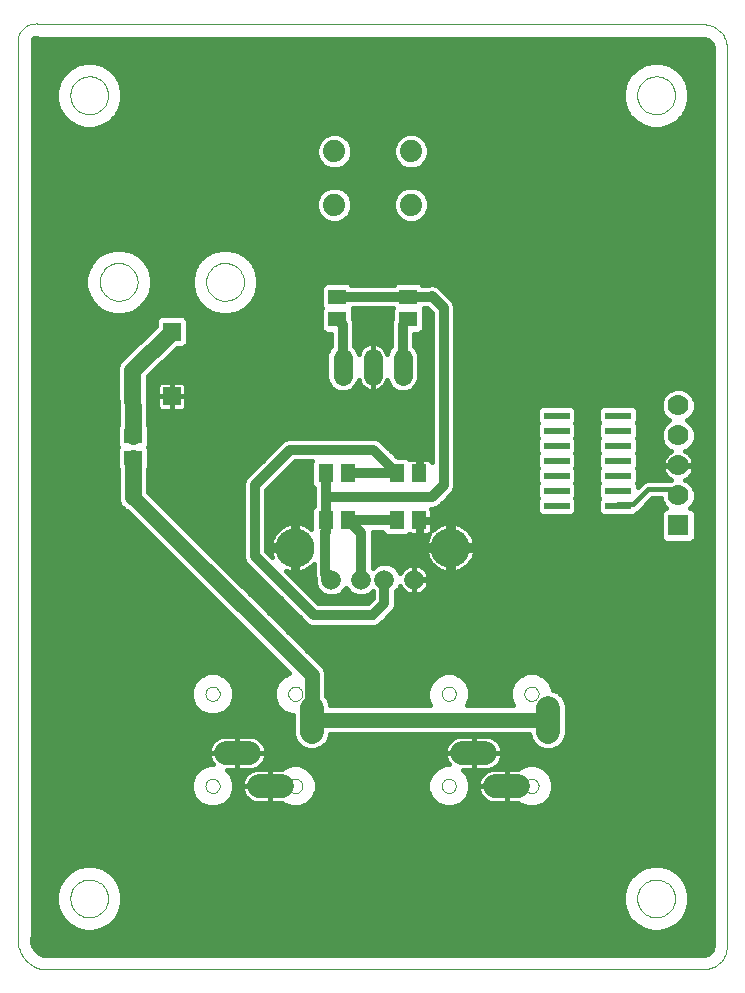
<source format=gtl>
G75*
G70*
%OFA0B0*%
%FSLAX24Y24*%
%IPPOS*%
%LPD*%
%AMOC8*
5,1,8,0,0,1.08239X$1,22.5*
%
%ADD10C,0.0000*%
%ADD11C,0.0787*%
%ADD12C,0.1306*%
%ADD13C,0.0654*%
%ADD14R,0.0591X0.0512*%
%ADD15C,0.0620*%
%ADD16R,0.0700X0.0700*%
%ADD17C,0.0700*%
%ADD18R,0.0866X0.0236*%
%ADD19R,0.0615X0.0615*%
%ADD20R,0.0512X0.0591*%
%ADD21C,0.0740*%
%ADD22C,0.0150*%
%ADD23C,0.0160*%
%ADD24C,0.0560*%
%ADD25C,0.0500*%
%ADD26C,0.0320*%
D10*
X015717Y008046D02*
X015717Y037968D01*
X015734Y038013D01*
X015755Y038058D01*
X015779Y038100D01*
X015807Y038140D01*
X015837Y038179D01*
X015871Y038214D01*
X015907Y038247D01*
X015945Y038277D01*
X015986Y038304D01*
X016029Y038327D01*
X016073Y038347D01*
X016119Y038364D01*
X016166Y038377D01*
X016214Y038386D01*
X016263Y038391D01*
X016312Y038393D01*
X016361Y038391D01*
X016409Y038385D01*
X016457Y038375D01*
X016504Y038361D01*
X038551Y038361D01*
X038605Y038359D01*
X038658Y038354D01*
X038711Y038345D01*
X038763Y038332D01*
X038815Y038316D01*
X038865Y038296D01*
X038913Y038273D01*
X038960Y038246D01*
X039005Y038217D01*
X039048Y038184D01*
X039088Y038149D01*
X039126Y038111D01*
X039161Y038071D01*
X039194Y038028D01*
X039223Y037983D01*
X039250Y037936D01*
X039273Y037888D01*
X039293Y037838D01*
X039309Y037786D01*
X039322Y037734D01*
X039331Y037681D01*
X039336Y037628D01*
X039338Y037574D01*
X039339Y037574D02*
X039339Y007653D01*
X039338Y007653D02*
X039336Y007599D01*
X039331Y007546D01*
X039322Y007493D01*
X039309Y007441D01*
X039293Y007389D01*
X039273Y007339D01*
X039250Y007291D01*
X039223Y007244D01*
X039194Y007199D01*
X039161Y007156D01*
X039126Y007116D01*
X039088Y007078D01*
X039048Y007043D01*
X039005Y007010D01*
X038960Y006981D01*
X038913Y006954D01*
X038865Y006931D01*
X038815Y006911D01*
X038763Y006895D01*
X038711Y006882D01*
X038658Y006873D01*
X038605Y006868D01*
X038551Y006866D01*
X038551Y006865D02*
X016504Y006865D01*
X016504Y006864D02*
X016445Y006878D01*
X016387Y006895D01*
X016330Y006916D01*
X016274Y006940D01*
X016220Y006968D01*
X016168Y006998D01*
X016117Y007032D01*
X016069Y007069D01*
X016023Y007108D01*
X015980Y007151D01*
X015939Y007195D01*
X015901Y007243D01*
X015866Y007292D01*
X015834Y007344D01*
X015805Y007397D01*
X015779Y007452D01*
X015757Y007508D01*
X015738Y007566D01*
X015722Y007625D01*
X015711Y007684D01*
X015702Y007744D01*
X015698Y007805D01*
X015697Y007865D01*
X015700Y007926D01*
X015706Y007986D01*
X015716Y008046D01*
X017449Y009227D02*
X017451Y009277D01*
X017457Y009327D01*
X017467Y009376D01*
X017481Y009424D01*
X017498Y009471D01*
X017519Y009516D01*
X017544Y009560D01*
X017572Y009601D01*
X017604Y009640D01*
X017638Y009677D01*
X017675Y009711D01*
X017715Y009741D01*
X017757Y009768D01*
X017801Y009792D01*
X017847Y009813D01*
X017894Y009829D01*
X017942Y009842D01*
X017992Y009851D01*
X018041Y009856D01*
X018092Y009857D01*
X018142Y009854D01*
X018191Y009847D01*
X018240Y009836D01*
X018288Y009821D01*
X018334Y009803D01*
X018379Y009781D01*
X018422Y009755D01*
X018463Y009726D01*
X018502Y009694D01*
X018538Y009659D01*
X018570Y009621D01*
X018600Y009581D01*
X018627Y009538D01*
X018650Y009494D01*
X018669Y009448D01*
X018685Y009400D01*
X018697Y009351D01*
X018705Y009302D01*
X018709Y009252D01*
X018709Y009202D01*
X018705Y009152D01*
X018697Y009103D01*
X018685Y009054D01*
X018669Y009006D01*
X018650Y008960D01*
X018627Y008916D01*
X018600Y008873D01*
X018570Y008833D01*
X018538Y008795D01*
X018502Y008760D01*
X018463Y008728D01*
X018422Y008699D01*
X018379Y008673D01*
X018334Y008651D01*
X018288Y008633D01*
X018240Y008618D01*
X018191Y008607D01*
X018142Y008600D01*
X018092Y008597D01*
X018041Y008598D01*
X017992Y008603D01*
X017942Y008612D01*
X017894Y008625D01*
X017847Y008641D01*
X017801Y008662D01*
X017757Y008686D01*
X017715Y008713D01*
X017675Y008743D01*
X017638Y008777D01*
X017604Y008814D01*
X017572Y008853D01*
X017544Y008894D01*
X017519Y008938D01*
X017498Y008983D01*
X017481Y009030D01*
X017467Y009078D01*
X017457Y009127D01*
X017451Y009177D01*
X017449Y009227D01*
X021955Y012979D02*
X021957Y013009D01*
X021963Y013039D01*
X021972Y013068D01*
X021985Y013095D01*
X022002Y013120D01*
X022021Y013143D01*
X022044Y013164D01*
X022069Y013181D01*
X022095Y013195D01*
X022124Y013205D01*
X022153Y013212D01*
X022183Y013215D01*
X022214Y013214D01*
X022244Y013209D01*
X022273Y013200D01*
X022300Y013188D01*
X022326Y013173D01*
X022350Y013154D01*
X022371Y013132D01*
X022389Y013108D01*
X022404Y013081D01*
X022415Y013053D01*
X022423Y013024D01*
X022427Y012994D01*
X022427Y012964D01*
X022423Y012934D01*
X022415Y012905D01*
X022404Y012877D01*
X022389Y012850D01*
X022371Y012826D01*
X022350Y012804D01*
X022326Y012785D01*
X022300Y012770D01*
X022273Y012758D01*
X022244Y012749D01*
X022214Y012744D01*
X022183Y012743D01*
X022153Y012746D01*
X022124Y012753D01*
X022095Y012763D01*
X022069Y012777D01*
X022044Y012794D01*
X022021Y012815D01*
X022002Y012838D01*
X021985Y012863D01*
X021972Y012890D01*
X021963Y012919D01*
X021957Y012949D01*
X021955Y012979D01*
X024711Y012979D02*
X024713Y013009D01*
X024719Y013039D01*
X024728Y013068D01*
X024741Y013095D01*
X024758Y013120D01*
X024777Y013143D01*
X024800Y013164D01*
X024825Y013181D01*
X024851Y013195D01*
X024880Y013205D01*
X024909Y013212D01*
X024939Y013215D01*
X024970Y013214D01*
X025000Y013209D01*
X025029Y013200D01*
X025056Y013188D01*
X025082Y013173D01*
X025106Y013154D01*
X025127Y013132D01*
X025145Y013108D01*
X025160Y013081D01*
X025171Y013053D01*
X025179Y013024D01*
X025183Y012994D01*
X025183Y012964D01*
X025179Y012934D01*
X025171Y012905D01*
X025160Y012877D01*
X025145Y012850D01*
X025127Y012826D01*
X025106Y012804D01*
X025082Y012785D01*
X025056Y012770D01*
X025029Y012758D01*
X025000Y012749D01*
X024970Y012744D01*
X024939Y012743D01*
X024909Y012746D01*
X024880Y012753D01*
X024851Y012763D01*
X024825Y012777D01*
X024800Y012794D01*
X024777Y012815D01*
X024758Y012838D01*
X024741Y012863D01*
X024728Y012890D01*
X024719Y012919D01*
X024713Y012949D01*
X024711Y012979D01*
X024711Y016050D02*
X024713Y016080D01*
X024719Y016110D01*
X024728Y016139D01*
X024741Y016166D01*
X024758Y016191D01*
X024777Y016214D01*
X024800Y016235D01*
X024825Y016252D01*
X024851Y016266D01*
X024880Y016276D01*
X024909Y016283D01*
X024939Y016286D01*
X024970Y016285D01*
X025000Y016280D01*
X025029Y016271D01*
X025056Y016259D01*
X025082Y016244D01*
X025106Y016225D01*
X025127Y016203D01*
X025145Y016179D01*
X025160Y016152D01*
X025171Y016124D01*
X025179Y016095D01*
X025183Y016065D01*
X025183Y016035D01*
X025179Y016005D01*
X025171Y015976D01*
X025160Y015948D01*
X025145Y015921D01*
X025127Y015897D01*
X025106Y015875D01*
X025082Y015856D01*
X025056Y015841D01*
X025029Y015829D01*
X025000Y015820D01*
X024970Y015815D01*
X024939Y015814D01*
X024909Y015817D01*
X024880Y015824D01*
X024851Y015834D01*
X024825Y015848D01*
X024800Y015865D01*
X024777Y015886D01*
X024758Y015909D01*
X024741Y015934D01*
X024728Y015961D01*
X024719Y015990D01*
X024713Y016020D01*
X024711Y016050D01*
X021955Y016050D02*
X021957Y016080D01*
X021963Y016110D01*
X021972Y016139D01*
X021985Y016166D01*
X022002Y016191D01*
X022021Y016214D01*
X022044Y016235D01*
X022069Y016252D01*
X022095Y016266D01*
X022124Y016276D01*
X022153Y016283D01*
X022183Y016286D01*
X022214Y016285D01*
X022244Y016280D01*
X022273Y016271D01*
X022300Y016259D01*
X022326Y016244D01*
X022350Y016225D01*
X022371Y016203D01*
X022389Y016179D01*
X022404Y016152D01*
X022415Y016124D01*
X022423Y016095D01*
X022427Y016065D01*
X022427Y016035D01*
X022423Y016005D01*
X022415Y015976D01*
X022404Y015948D01*
X022389Y015921D01*
X022371Y015897D01*
X022350Y015875D01*
X022326Y015856D01*
X022300Y015841D01*
X022273Y015829D01*
X022244Y015820D01*
X022214Y015815D01*
X022183Y015814D01*
X022153Y015817D01*
X022124Y015824D01*
X022095Y015834D01*
X022069Y015848D01*
X022044Y015865D01*
X022021Y015886D01*
X022002Y015909D01*
X021985Y015934D01*
X021972Y015961D01*
X021963Y015990D01*
X021957Y016020D01*
X021955Y016050D01*
X029829Y016050D02*
X029831Y016080D01*
X029837Y016110D01*
X029846Y016139D01*
X029859Y016166D01*
X029876Y016191D01*
X029895Y016214D01*
X029918Y016235D01*
X029943Y016252D01*
X029969Y016266D01*
X029998Y016276D01*
X030027Y016283D01*
X030057Y016286D01*
X030088Y016285D01*
X030118Y016280D01*
X030147Y016271D01*
X030174Y016259D01*
X030200Y016244D01*
X030224Y016225D01*
X030245Y016203D01*
X030263Y016179D01*
X030278Y016152D01*
X030289Y016124D01*
X030297Y016095D01*
X030301Y016065D01*
X030301Y016035D01*
X030297Y016005D01*
X030289Y015976D01*
X030278Y015948D01*
X030263Y015921D01*
X030245Y015897D01*
X030224Y015875D01*
X030200Y015856D01*
X030174Y015841D01*
X030147Y015829D01*
X030118Y015820D01*
X030088Y015815D01*
X030057Y015814D01*
X030027Y015817D01*
X029998Y015824D01*
X029969Y015834D01*
X029943Y015848D01*
X029918Y015865D01*
X029895Y015886D01*
X029876Y015909D01*
X029859Y015934D01*
X029846Y015961D01*
X029837Y015990D01*
X029831Y016020D01*
X029829Y016050D01*
X032585Y016050D02*
X032587Y016080D01*
X032593Y016110D01*
X032602Y016139D01*
X032615Y016166D01*
X032632Y016191D01*
X032651Y016214D01*
X032674Y016235D01*
X032699Y016252D01*
X032725Y016266D01*
X032754Y016276D01*
X032783Y016283D01*
X032813Y016286D01*
X032844Y016285D01*
X032874Y016280D01*
X032903Y016271D01*
X032930Y016259D01*
X032956Y016244D01*
X032980Y016225D01*
X033001Y016203D01*
X033019Y016179D01*
X033034Y016152D01*
X033045Y016124D01*
X033053Y016095D01*
X033057Y016065D01*
X033057Y016035D01*
X033053Y016005D01*
X033045Y015976D01*
X033034Y015948D01*
X033019Y015921D01*
X033001Y015897D01*
X032980Y015875D01*
X032956Y015856D01*
X032930Y015841D01*
X032903Y015829D01*
X032874Y015820D01*
X032844Y015815D01*
X032813Y015814D01*
X032783Y015817D01*
X032754Y015824D01*
X032725Y015834D01*
X032699Y015848D01*
X032674Y015865D01*
X032651Y015886D01*
X032632Y015909D01*
X032615Y015934D01*
X032602Y015961D01*
X032593Y015990D01*
X032587Y016020D01*
X032585Y016050D01*
X032585Y012979D02*
X032587Y013009D01*
X032593Y013039D01*
X032602Y013068D01*
X032615Y013095D01*
X032632Y013120D01*
X032651Y013143D01*
X032674Y013164D01*
X032699Y013181D01*
X032725Y013195D01*
X032754Y013205D01*
X032783Y013212D01*
X032813Y013215D01*
X032844Y013214D01*
X032874Y013209D01*
X032903Y013200D01*
X032930Y013188D01*
X032956Y013173D01*
X032980Y013154D01*
X033001Y013132D01*
X033019Y013108D01*
X033034Y013081D01*
X033045Y013053D01*
X033053Y013024D01*
X033057Y012994D01*
X033057Y012964D01*
X033053Y012934D01*
X033045Y012905D01*
X033034Y012877D01*
X033019Y012850D01*
X033001Y012826D01*
X032980Y012804D01*
X032956Y012785D01*
X032930Y012770D01*
X032903Y012758D01*
X032874Y012749D01*
X032844Y012744D01*
X032813Y012743D01*
X032783Y012746D01*
X032754Y012753D01*
X032725Y012763D01*
X032699Y012777D01*
X032674Y012794D01*
X032651Y012815D01*
X032632Y012838D01*
X032615Y012863D01*
X032602Y012890D01*
X032593Y012919D01*
X032587Y012949D01*
X032585Y012979D01*
X029829Y012979D02*
X029831Y013009D01*
X029837Y013039D01*
X029846Y013068D01*
X029859Y013095D01*
X029876Y013120D01*
X029895Y013143D01*
X029918Y013164D01*
X029943Y013181D01*
X029969Y013195D01*
X029998Y013205D01*
X030027Y013212D01*
X030057Y013215D01*
X030088Y013214D01*
X030118Y013209D01*
X030147Y013200D01*
X030174Y013188D01*
X030200Y013173D01*
X030224Y013154D01*
X030245Y013132D01*
X030263Y013108D01*
X030278Y013081D01*
X030289Y013053D01*
X030297Y013024D01*
X030301Y012994D01*
X030301Y012964D01*
X030297Y012934D01*
X030289Y012905D01*
X030278Y012877D01*
X030263Y012850D01*
X030245Y012826D01*
X030224Y012804D01*
X030200Y012785D01*
X030174Y012770D01*
X030147Y012758D01*
X030118Y012749D01*
X030088Y012744D01*
X030057Y012743D01*
X030027Y012746D01*
X029998Y012753D01*
X029969Y012763D01*
X029943Y012777D01*
X029918Y012794D01*
X029895Y012815D01*
X029876Y012838D01*
X029859Y012863D01*
X029846Y012890D01*
X029837Y012919D01*
X029831Y012949D01*
X029829Y012979D01*
X036347Y009227D02*
X036349Y009277D01*
X036355Y009327D01*
X036365Y009376D01*
X036379Y009424D01*
X036396Y009471D01*
X036417Y009516D01*
X036442Y009560D01*
X036470Y009601D01*
X036502Y009640D01*
X036536Y009677D01*
X036573Y009711D01*
X036613Y009741D01*
X036655Y009768D01*
X036699Y009792D01*
X036745Y009813D01*
X036792Y009829D01*
X036840Y009842D01*
X036890Y009851D01*
X036939Y009856D01*
X036990Y009857D01*
X037040Y009854D01*
X037089Y009847D01*
X037138Y009836D01*
X037186Y009821D01*
X037232Y009803D01*
X037277Y009781D01*
X037320Y009755D01*
X037361Y009726D01*
X037400Y009694D01*
X037436Y009659D01*
X037468Y009621D01*
X037498Y009581D01*
X037525Y009538D01*
X037548Y009494D01*
X037567Y009448D01*
X037583Y009400D01*
X037595Y009351D01*
X037603Y009302D01*
X037607Y009252D01*
X037607Y009202D01*
X037603Y009152D01*
X037595Y009103D01*
X037583Y009054D01*
X037567Y009006D01*
X037548Y008960D01*
X037525Y008916D01*
X037498Y008873D01*
X037468Y008833D01*
X037436Y008795D01*
X037400Y008760D01*
X037361Y008728D01*
X037320Y008699D01*
X037277Y008673D01*
X037232Y008651D01*
X037186Y008633D01*
X037138Y008618D01*
X037089Y008607D01*
X037040Y008600D01*
X036990Y008597D01*
X036939Y008598D01*
X036890Y008603D01*
X036840Y008612D01*
X036792Y008625D01*
X036745Y008641D01*
X036699Y008662D01*
X036655Y008686D01*
X036613Y008713D01*
X036573Y008743D01*
X036536Y008777D01*
X036502Y008814D01*
X036470Y008853D01*
X036442Y008894D01*
X036417Y008938D01*
X036396Y008983D01*
X036379Y009030D01*
X036365Y009078D01*
X036355Y009127D01*
X036349Y009177D01*
X036347Y009227D01*
X021977Y029779D02*
X021979Y029829D01*
X021985Y029879D01*
X021995Y029928D01*
X022009Y029976D01*
X022026Y030023D01*
X022047Y030068D01*
X022072Y030112D01*
X022100Y030153D01*
X022132Y030192D01*
X022166Y030229D01*
X022203Y030263D01*
X022243Y030293D01*
X022285Y030320D01*
X022329Y030344D01*
X022375Y030365D01*
X022422Y030381D01*
X022470Y030394D01*
X022520Y030403D01*
X022569Y030408D01*
X022620Y030409D01*
X022670Y030406D01*
X022719Y030399D01*
X022768Y030388D01*
X022816Y030373D01*
X022862Y030355D01*
X022907Y030333D01*
X022950Y030307D01*
X022991Y030278D01*
X023030Y030246D01*
X023066Y030211D01*
X023098Y030173D01*
X023128Y030133D01*
X023155Y030090D01*
X023178Y030046D01*
X023197Y030000D01*
X023213Y029952D01*
X023225Y029903D01*
X023233Y029854D01*
X023237Y029804D01*
X023237Y029754D01*
X023233Y029704D01*
X023225Y029655D01*
X023213Y029606D01*
X023197Y029558D01*
X023178Y029512D01*
X023155Y029468D01*
X023128Y029425D01*
X023098Y029385D01*
X023066Y029347D01*
X023030Y029312D01*
X022991Y029280D01*
X022950Y029251D01*
X022907Y029225D01*
X022862Y029203D01*
X022816Y029185D01*
X022768Y029170D01*
X022719Y029159D01*
X022670Y029152D01*
X022620Y029149D01*
X022569Y029150D01*
X022520Y029155D01*
X022470Y029164D01*
X022422Y029177D01*
X022375Y029193D01*
X022329Y029214D01*
X022285Y029238D01*
X022243Y029265D01*
X022203Y029295D01*
X022166Y029329D01*
X022132Y029366D01*
X022100Y029405D01*
X022072Y029446D01*
X022047Y029490D01*
X022026Y029535D01*
X022009Y029582D01*
X021995Y029630D01*
X021985Y029679D01*
X021979Y029729D01*
X021977Y029779D01*
X018433Y029779D02*
X018435Y029829D01*
X018441Y029879D01*
X018451Y029928D01*
X018465Y029976D01*
X018482Y030023D01*
X018503Y030068D01*
X018528Y030112D01*
X018556Y030153D01*
X018588Y030192D01*
X018622Y030229D01*
X018659Y030263D01*
X018699Y030293D01*
X018741Y030320D01*
X018785Y030344D01*
X018831Y030365D01*
X018878Y030381D01*
X018926Y030394D01*
X018976Y030403D01*
X019025Y030408D01*
X019076Y030409D01*
X019126Y030406D01*
X019175Y030399D01*
X019224Y030388D01*
X019272Y030373D01*
X019318Y030355D01*
X019363Y030333D01*
X019406Y030307D01*
X019447Y030278D01*
X019486Y030246D01*
X019522Y030211D01*
X019554Y030173D01*
X019584Y030133D01*
X019611Y030090D01*
X019634Y030046D01*
X019653Y030000D01*
X019669Y029952D01*
X019681Y029903D01*
X019689Y029854D01*
X019693Y029804D01*
X019693Y029754D01*
X019689Y029704D01*
X019681Y029655D01*
X019669Y029606D01*
X019653Y029558D01*
X019634Y029512D01*
X019611Y029468D01*
X019584Y029425D01*
X019554Y029385D01*
X019522Y029347D01*
X019486Y029312D01*
X019447Y029280D01*
X019406Y029251D01*
X019363Y029225D01*
X019318Y029203D01*
X019272Y029185D01*
X019224Y029170D01*
X019175Y029159D01*
X019126Y029152D01*
X019076Y029149D01*
X019025Y029150D01*
X018976Y029155D01*
X018926Y029164D01*
X018878Y029177D01*
X018831Y029193D01*
X018785Y029214D01*
X018741Y029238D01*
X018699Y029265D01*
X018659Y029295D01*
X018622Y029329D01*
X018588Y029366D01*
X018556Y029405D01*
X018528Y029446D01*
X018503Y029490D01*
X018482Y029535D01*
X018465Y029582D01*
X018451Y029630D01*
X018441Y029679D01*
X018435Y029729D01*
X018433Y029779D01*
X017449Y035999D02*
X017451Y036049D01*
X017457Y036099D01*
X017467Y036148D01*
X017481Y036196D01*
X017498Y036243D01*
X017519Y036288D01*
X017544Y036332D01*
X017572Y036373D01*
X017604Y036412D01*
X017638Y036449D01*
X017675Y036483D01*
X017715Y036513D01*
X017757Y036540D01*
X017801Y036564D01*
X017847Y036585D01*
X017894Y036601D01*
X017942Y036614D01*
X017992Y036623D01*
X018041Y036628D01*
X018092Y036629D01*
X018142Y036626D01*
X018191Y036619D01*
X018240Y036608D01*
X018288Y036593D01*
X018334Y036575D01*
X018379Y036553D01*
X018422Y036527D01*
X018463Y036498D01*
X018502Y036466D01*
X018538Y036431D01*
X018570Y036393D01*
X018600Y036353D01*
X018627Y036310D01*
X018650Y036266D01*
X018669Y036220D01*
X018685Y036172D01*
X018697Y036123D01*
X018705Y036074D01*
X018709Y036024D01*
X018709Y035974D01*
X018705Y035924D01*
X018697Y035875D01*
X018685Y035826D01*
X018669Y035778D01*
X018650Y035732D01*
X018627Y035688D01*
X018600Y035645D01*
X018570Y035605D01*
X018538Y035567D01*
X018502Y035532D01*
X018463Y035500D01*
X018422Y035471D01*
X018379Y035445D01*
X018334Y035423D01*
X018288Y035405D01*
X018240Y035390D01*
X018191Y035379D01*
X018142Y035372D01*
X018092Y035369D01*
X018041Y035370D01*
X017992Y035375D01*
X017942Y035384D01*
X017894Y035397D01*
X017847Y035413D01*
X017801Y035434D01*
X017757Y035458D01*
X017715Y035485D01*
X017675Y035515D01*
X017638Y035549D01*
X017604Y035586D01*
X017572Y035625D01*
X017544Y035666D01*
X017519Y035710D01*
X017498Y035755D01*
X017481Y035802D01*
X017467Y035850D01*
X017457Y035899D01*
X017451Y035949D01*
X017449Y035999D01*
X036347Y035999D02*
X036349Y036049D01*
X036355Y036099D01*
X036365Y036148D01*
X036379Y036196D01*
X036396Y036243D01*
X036417Y036288D01*
X036442Y036332D01*
X036470Y036373D01*
X036502Y036412D01*
X036536Y036449D01*
X036573Y036483D01*
X036613Y036513D01*
X036655Y036540D01*
X036699Y036564D01*
X036745Y036585D01*
X036792Y036601D01*
X036840Y036614D01*
X036890Y036623D01*
X036939Y036628D01*
X036990Y036629D01*
X037040Y036626D01*
X037089Y036619D01*
X037138Y036608D01*
X037186Y036593D01*
X037232Y036575D01*
X037277Y036553D01*
X037320Y036527D01*
X037361Y036498D01*
X037400Y036466D01*
X037436Y036431D01*
X037468Y036393D01*
X037498Y036353D01*
X037525Y036310D01*
X037548Y036266D01*
X037567Y036220D01*
X037583Y036172D01*
X037595Y036123D01*
X037603Y036074D01*
X037607Y036024D01*
X037607Y035974D01*
X037603Y035924D01*
X037595Y035875D01*
X037583Y035826D01*
X037567Y035778D01*
X037548Y035732D01*
X037525Y035688D01*
X037498Y035645D01*
X037468Y035605D01*
X037436Y035567D01*
X037400Y035532D01*
X037361Y035500D01*
X037320Y035471D01*
X037277Y035445D01*
X037232Y035423D01*
X037186Y035405D01*
X037138Y035390D01*
X037089Y035379D01*
X037040Y035372D01*
X036990Y035369D01*
X036939Y035370D01*
X036890Y035375D01*
X036840Y035384D01*
X036792Y035397D01*
X036745Y035413D01*
X036699Y035434D01*
X036655Y035458D01*
X036613Y035485D01*
X036573Y035515D01*
X036536Y035549D01*
X036502Y035586D01*
X036470Y035625D01*
X036442Y035666D01*
X036417Y035710D01*
X036396Y035755D01*
X036379Y035802D01*
X036365Y035850D01*
X036355Y035899D01*
X036349Y035949D01*
X036347Y035999D01*
D11*
X033372Y015578D02*
X033372Y014790D01*
X032388Y012979D02*
X031601Y012979D01*
X031286Y014082D02*
X030498Y014082D01*
X025498Y014790D02*
X025498Y015578D01*
X023412Y014082D02*
X022624Y014082D01*
X023727Y012979D02*
X024514Y012979D01*
D12*
X024941Y020924D03*
X030114Y020924D03*
D13*
X028906Y019857D03*
X027922Y019857D03*
X027134Y019857D03*
X026150Y019857D03*
D14*
X019544Y023893D03*
X019544Y024641D03*
X026347Y028538D03*
X026347Y029286D03*
X028709Y029286D03*
X028709Y028538D03*
D15*
X028528Y027254D02*
X028528Y026634D01*
X027528Y026634D02*
X027528Y027254D01*
X026528Y027254D02*
X026528Y026634D01*
D16*
X037713Y021660D03*
D17*
X037713Y022660D03*
X037713Y023660D03*
X037713Y024660D03*
X037713Y025660D03*
D18*
X035705Y025322D03*
X035705Y024822D03*
X035705Y024322D03*
X035705Y023822D03*
X035705Y023322D03*
X035705Y022822D03*
X035705Y022322D03*
X033658Y022322D03*
X033658Y022822D03*
X033658Y023322D03*
X033658Y023822D03*
X033658Y024322D03*
X033658Y024822D03*
X033658Y025322D03*
D19*
X020835Y025960D03*
X020835Y028125D03*
D20*
X025973Y023401D03*
X026721Y023401D03*
X026721Y021826D03*
X025973Y021826D03*
X028335Y021826D03*
X029083Y021826D03*
X029083Y023401D03*
X028335Y023401D03*
D21*
X028808Y032353D03*
X028808Y034133D03*
X026248Y034133D03*
X026248Y032353D03*
D22*
X035717Y022365D02*
X035705Y022322D01*
X035717Y022365D02*
X036217Y022365D01*
X036717Y022865D01*
X037717Y022865D01*
X037713Y022660D01*
D23*
X038113Y022240D02*
X038205Y022332D01*
X038293Y022545D01*
X038293Y022776D01*
X038205Y022989D01*
X038041Y023152D01*
X037954Y023188D01*
X037991Y023207D01*
X038058Y023256D01*
X038117Y023315D01*
X038166Y023383D01*
X038204Y023457D01*
X038230Y023536D01*
X038243Y023619D01*
X038243Y023640D01*
X037733Y023640D01*
X037733Y023680D01*
X038243Y023680D01*
X038243Y023702D01*
X038230Y023785D01*
X038204Y023864D01*
X038166Y023938D01*
X038117Y024006D01*
X038058Y024065D01*
X037991Y024114D01*
X037954Y024133D01*
X038041Y024169D01*
X038205Y024332D01*
X038293Y024545D01*
X038293Y024776D01*
X038205Y024989D01*
X038041Y025152D01*
X038021Y025160D01*
X038041Y025169D01*
X038205Y025332D01*
X038293Y025545D01*
X038293Y025776D01*
X038205Y025989D01*
X038041Y026152D01*
X037828Y026240D01*
X037597Y026240D01*
X037384Y026152D01*
X037221Y025989D01*
X037133Y025776D01*
X037133Y025545D01*
X037221Y025332D01*
X037384Y025169D01*
X037404Y025160D01*
X037384Y025152D01*
X037221Y024989D01*
X037133Y024776D01*
X037133Y024545D01*
X037221Y024332D01*
X037384Y024169D01*
X037472Y024133D01*
X037435Y024114D01*
X037368Y024065D01*
X037309Y024006D01*
X037260Y023938D01*
X037222Y023864D01*
X037196Y023785D01*
X037183Y023702D01*
X037183Y023680D01*
X037693Y023680D01*
X037693Y023640D01*
X037183Y023640D01*
X037183Y023619D01*
X037196Y023536D01*
X037222Y023457D01*
X037260Y023383D01*
X037309Y023315D01*
X037368Y023256D01*
X037435Y023207D01*
X037472Y023188D01*
X037428Y023170D01*
X036656Y023170D01*
X036544Y023124D01*
X036458Y023038D01*
X036368Y022948D01*
X036368Y023035D01*
X036331Y023072D01*
X036368Y023109D01*
X036368Y023535D01*
X036331Y023572D01*
X036368Y023609D01*
X036368Y024035D01*
X036331Y024072D01*
X036368Y024109D01*
X036368Y024535D01*
X036331Y024572D01*
X036368Y024609D01*
X036368Y025035D01*
X036331Y025072D01*
X036368Y025109D01*
X036368Y025535D01*
X036233Y025670D01*
X035177Y025670D01*
X035042Y025535D01*
X035042Y025109D01*
X035079Y025072D01*
X035042Y025035D01*
X035042Y024609D01*
X035079Y024572D01*
X035042Y024535D01*
X035042Y024109D01*
X035079Y024072D01*
X035042Y024035D01*
X035042Y023609D01*
X035079Y023572D01*
X035042Y023535D01*
X035042Y023109D01*
X035079Y023072D01*
X035042Y023035D01*
X035042Y022609D01*
X035079Y022572D01*
X035042Y022535D01*
X035042Y022109D01*
X035177Y021974D01*
X036233Y021974D01*
X036350Y022090D01*
X036390Y022107D01*
X036843Y022560D01*
X037133Y022560D01*
X037133Y022545D01*
X037221Y022332D01*
X037313Y022240D01*
X037268Y022240D01*
X037133Y022106D01*
X037133Y021215D01*
X037268Y021080D01*
X038158Y021080D01*
X038293Y021215D01*
X038293Y022106D01*
X038158Y022240D01*
X038113Y022240D01*
X038159Y022240D02*
X038859Y022240D01*
X038859Y022398D02*
X038232Y022398D01*
X038293Y022557D02*
X038859Y022557D01*
X038859Y022715D02*
X038293Y022715D01*
X038252Y022874D02*
X038859Y022874D01*
X038859Y023032D02*
X038161Y023032D01*
X037958Y023191D02*
X038859Y023191D01*
X038859Y023349D02*
X038142Y023349D01*
X038221Y023508D02*
X038859Y023508D01*
X038859Y023666D02*
X037733Y023666D01*
X037693Y023666D02*
X036368Y023666D01*
X036368Y023508D02*
X037205Y023508D01*
X037284Y023349D02*
X036368Y023349D01*
X036368Y023191D02*
X037467Y023191D01*
X037209Y023825D02*
X036368Y023825D01*
X036368Y023983D02*
X037292Y023983D01*
X037450Y024142D02*
X036368Y024142D01*
X036368Y024300D02*
X037253Y024300D01*
X037169Y024459D02*
X036368Y024459D01*
X036368Y024617D02*
X037133Y024617D01*
X037133Y024776D02*
X036368Y024776D01*
X036368Y024934D02*
X037198Y024934D01*
X037325Y025093D02*
X036352Y025093D01*
X036368Y025251D02*
X037302Y025251D01*
X037189Y025410D02*
X036368Y025410D01*
X036335Y025568D02*
X037133Y025568D01*
X037133Y025727D02*
X030280Y025727D01*
X030280Y025885D02*
X037178Y025885D01*
X037276Y026044D02*
X030280Y026044D01*
X030280Y026202D02*
X037505Y026202D01*
X037921Y026202D02*
X038859Y026202D01*
X038859Y026044D02*
X038150Y026044D01*
X038248Y025885D02*
X038859Y025885D01*
X038859Y025727D02*
X038293Y025727D01*
X038293Y025568D02*
X038859Y025568D01*
X038859Y025410D02*
X038237Y025410D01*
X038124Y025251D02*
X038859Y025251D01*
X038859Y025093D02*
X038101Y025093D01*
X038227Y024934D02*
X038859Y024934D01*
X038859Y024776D02*
X038293Y024776D01*
X038293Y024617D02*
X038859Y024617D01*
X038859Y024459D02*
X038257Y024459D01*
X038173Y024300D02*
X038859Y024300D01*
X038859Y024142D02*
X037976Y024142D01*
X038133Y023983D02*
X038859Y023983D01*
X038859Y023825D02*
X038217Y023825D01*
X037133Y022557D02*
X036840Y022557D01*
X036681Y022398D02*
X037194Y022398D01*
X037267Y022240D02*
X036523Y022240D01*
X036341Y022081D02*
X037133Y022081D01*
X037133Y021923D02*
X029519Y021923D01*
X029519Y021874D02*
X029519Y022145D01*
X029507Y022191D01*
X029488Y022223D01*
X029574Y022223D01*
X029717Y022283D01*
X029827Y022392D01*
X030221Y022786D01*
X030280Y022929D01*
X030280Y028990D01*
X030221Y029133D01*
X030111Y029243D01*
X029717Y029637D01*
X029574Y029696D01*
X029419Y029696D01*
X029371Y029676D01*
X029195Y029676D01*
X029099Y029772D01*
X028318Y029772D01*
X028222Y029676D01*
X026833Y029676D01*
X026737Y029772D01*
X025956Y029772D01*
X025821Y029638D01*
X025821Y028935D01*
X025844Y028912D01*
X025821Y028890D01*
X025821Y028187D01*
X025956Y028053D01*
X026138Y028053D01*
X026138Y027628D01*
X026070Y027560D01*
X025988Y027361D01*
X025988Y026527D01*
X026070Y026328D01*
X026222Y026176D01*
X026420Y026094D01*
X026635Y026094D01*
X026834Y026176D01*
X026986Y026328D01*
X027056Y026499D01*
X027074Y026446D01*
X027109Y026377D01*
X027154Y026315D01*
X027209Y026260D01*
X027271Y026215D01*
X027340Y026180D01*
X027413Y026156D01*
X027489Y026144D01*
X027528Y026144D01*
X027528Y026944D01*
X027528Y026944D01*
X027528Y027744D01*
X027566Y027744D01*
X027643Y027732D01*
X027716Y027708D01*
X027785Y027673D01*
X027847Y027628D01*
X027902Y027573D01*
X027947Y027511D01*
X027982Y027442D01*
X027999Y027389D01*
X028070Y027560D01*
X028138Y027628D01*
X028138Y028435D01*
X028184Y028546D01*
X028184Y028890D01*
X028191Y028896D01*
X026865Y028896D01*
X026872Y028890D01*
X026872Y028546D01*
X026918Y028435D01*
X026918Y027628D01*
X026986Y027560D01*
X027056Y027389D01*
X027074Y027442D01*
X027109Y027511D01*
X027154Y027573D01*
X027209Y027628D01*
X027271Y027673D01*
X027340Y027708D01*
X027413Y027732D01*
X027489Y027744D01*
X027528Y027744D01*
X027528Y026944D01*
X027528Y026944D01*
X027528Y026144D01*
X027566Y026144D01*
X027643Y026156D01*
X027716Y026180D01*
X027785Y026215D01*
X027847Y026260D01*
X027902Y026315D01*
X027947Y026377D01*
X027982Y026446D01*
X027999Y026499D01*
X028070Y026328D01*
X028222Y026176D01*
X028420Y026094D01*
X028635Y026094D01*
X028834Y026176D01*
X028986Y026328D01*
X029068Y026527D01*
X029068Y027361D01*
X028986Y027560D01*
X028918Y027628D01*
X028918Y028053D01*
X029099Y028053D01*
X029234Y028187D01*
X029234Y028890D01*
X029227Y028896D01*
X029354Y028896D01*
X029500Y028751D01*
X029500Y023777D01*
X029483Y023806D01*
X029449Y023840D01*
X029408Y023864D01*
X029363Y023876D01*
X029131Y023876D01*
X029131Y023449D01*
X029035Y023449D01*
X029035Y023876D01*
X028803Y023876D01*
X028758Y023864D01*
X028752Y023860D01*
X028686Y023926D01*
X028361Y023926D01*
X027768Y024519D01*
X027625Y024578D01*
X024694Y024578D01*
X024551Y024519D01*
X024441Y024409D01*
X023260Y023228D01*
X023201Y023085D01*
X023201Y020567D01*
X023260Y020424D01*
X025338Y018346D01*
X025482Y018286D01*
X027605Y018286D01*
X027749Y018346D01*
X027858Y018455D01*
X028252Y018849D01*
X028312Y018992D01*
X028312Y019459D01*
X028394Y019542D01*
X028440Y019654D01*
X028472Y019592D01*
X028519Y019527D01*
X028575Y019471D01*
X028640Y019424D01*
X028711Y019387D01*
X028787Y019363D01*
X028866Y019350D01*
X028897Y019350D01*
X028897Y019849D01*
X028914Y019849D01*
X028914Y019350D01*
X028946Y019350D01*
X029025Y019363D01*
X029100Y019387D01*
X029172Y019424D01*
X029236Y019471D01*
X029293Y019527D01*
X029340Y019592D01*
X029376Y019663D01*
X029400Y019739D01*
X029413Y019817D01*
X029413Y019849D01*
X028914Y019849D01*
X028914Y019866D01*
X028897Y019866D01*
X028897Y020365D01*
X028866Y020365D01*
X028787Y020352D01*
X028711Y020327D01*
X028640Y020291D01*
X028575Y020244D01*
X028519Y020188D01*
X028472Y020123D01*
X028440Y020061D01*
X028394Y020173D01*
X028237Y020330D01*
X028032Y020415D01*
X027811Y020415D01*
X027606Y020330D01*
X027528Y020252D01*
X027524Y020255D01*
X027524Y021436D01*
X027849Y021436D01*
X027849Y021435D01*
X027984Y021301D01*
X028686Y021301D01*
X028752Y021366D01*
X028758Y021363D01*
X028803Y021351D01*
X029035Y021351D01*
X029035Y021778D01*
X029131Y021778D01*
X029131Y021874D01*
X029519Y021874D01*
X029519Y021778D02*
X029131Y021778D01*
X029131Y021351D01*
X029363Y021351D01*
X029406Y021362D01*
X029366Y021293D01*
X029324Y021193D01*
X029296Y021087D01*
X029285Y021004D01*
X030034Y021004D01*
X030034Y020844D01*
X029285Y020844D01*
X029296Y020761D01*
X029324Y020656D01*
X029366Y020555D01*
X029421Y020461D01*
X029487Y020374D01*
X029564Y020297D01*
X029651Y020230D01*
X029745Y020176D01*
X029846Y020134D01*
X029952Y020106D01*
X030034Y020095D01*
X030034Y020844D01*
X030194Y020844D01*
X030194Y020095D01*
X030277Y020106D01*
X030383Y020134D01*
X030484Y020176D01*
X030578Y020230D01*
X030665Y020297D01*
X030742Y020374D01*
X030808Y020461D01*
X030863Y020555D01*
X030905Y020656D01*
X030933Y020761D01*
X030944Y020844D01*
X030194Y020844D01*
X030194Y021004D01*
X030034Y021004D01*
X030034Y021754D01*
X029952Y021743D01*
X029846Y021715D01*
X029745Y021673D01*
X029651Y021618D01*
X029564Y021552D01*
X029519Y021506D01*
X029519Y021507D01*
X029519Y021778D01*
X029519Y021764D02*
X037133Y021764D01*
X037133Y021606D02*
X030594Y021606D01*
X030578Y021618D02*
X030484Y021673D01*
X030383Y021715D01*
X030277Y021743D01*
X030194Y021754D01*
X030194Y021004D01*
X030944Y021004D01*
X030933Y021087D01*
X030905Y021193D01*
X030863Y021293D01*
X030808Y021388D01*
X030742Y021475D01*
X030665Y021552D01*
X030578Y021618D01*
X030763Y021447D02*
X037133Y021447D01*
X037133Y021289D02*
X030865Y021289D01*
X030921Y021130D02*
X037218Y021130D01*
X038208Y021130D02*
X038859Y021130D01*
X038859Y020972D02*
X030194Y020972D01*
X030194Y021130D02*
X030034Y021130D01*
X030034Y020972D02*
X027524Y020972D01*
X027524Y021130D02*
X029307Y021130D01*
X029364Y021289D02*
X027524Y021289D01*
X027524Y020813D02*
X029289Y020813D01*
X029325Y020655D02*
X027524Y020655D01*
X027524Y020496D02*
X029400Y020496D01*
X029523Y020338D02*
X029068Y020338D01*
X029100Y020327D02*
X029025Y020352D01*
X028946Y020365D01*
X028914Y020365D01*
X028914Y019866D01*
X029413Y019866D01*
X029413Y019897D01*
X029400Y019976D01*
X029376Y020052D01*
X029340Y020123D01*
X029293Y020188D01*
X029236Y020244D01*
X029172Y020291D01*
X029100Y020327D01*
X028914Y020338D02*
X028897Y020338D01*
X028743Y020338D02*
X028218Y020338D01*
X028388Y020179D02*
X028513Y020179D01*
X028897Y020179D02*
X028914Y020179D01*
X028897Y020021D02*
X028914Y020021D01*
X028914Y019862D02*
X038859Y019862D01*
X038859Y019704D02*
X029389Y019704D01*
X029306Y019545D02*
X038859Y019545D01*
X038859Y019387D02*
X029099Y019387D01*
X028914Y019387D02*
X028897Y019387D01*
X028897Y019545D02*
X028914Y019545D01*
X028897Y019704D02*
X028914Y019704D01*
X028713Y019387D02*
X028312Y019387D01*
X028312Y019228D02*
X038859Y019228D01*
X038859Y019070D02*
X028312Y019070D01*
X028278Y018911D02*
X038859Y018911D01*
X038859Y018753D02*
X028156Y018753D01*
X027997Y018594D02*
X038859Y018594D01*
X038859Y018436D02*
X027839Y018436D01*
X027366Y019066D02*
X025721Y019066D01*
X024639Y020148D01*
X024673Y020134D01*
X024778Y020106D01*
X024861Y020095D01*
X024861Y020844D01*
X025021Y020844D01*
X025021Y020095D01*
X025104Y020106D01*
X025209Y020134D01*
X025310Y020176D01*
X025405Y020230D01*
X025491Y020297D01*
X025563Y020368D01*
X025563Y019977D01*
X025593Y019905D01*
X025593Y019747D01*
X025678Y019542D01*
X025834Y019385D01*
X026039Y019300D01*
X026261Y019300D01*
X026465Y019385D01*
X026622Y019542D01*
X026642Y019590D01*
X026662Y019542D01*
X026819Y019385D01*
X027023Y019300D01*
X027245Y019300D01*
X027450Y019385D01*
X027528Y019463D01*
X027532Y019459D01*
X027532Y019231D01*
X027366Y019066D01*
X027370Y019070D02*
X025717Y019070D01*
X025559Y019228D02*
X027528Y019228D01*
X027532Y019387D02*
X027451Y019387D01*
X026817Y019387D02*
X026467Y019387D01*
X026624Y019545D02*
X026660Y019545D01*
X025833Y019387D02*
X025400Y019387D01*
X025242Y019545D02*
X025676Y019545D01*
X025610Y019704D02*
X025083Y019704D01*
X024925Y019862D02*
X025593Y019862D01*
X025563Y020021D02*
X024766Y020021D01*
X024861Y020179D02*
X025021Y020179D01*
X025021Y020338D02*
X024861Y020338D01*
X024861Y020496D02*
X025021Y020496D01*
X025021Y020655D02*
X024861Y020655D01*
X024861Y020813D02*
X025021Y020813D01*
X024861Y020844D02*
X024112Y020844D01*
X024123Y020761D01*
X024151Y020656D01*
X024165Y020622D01*
X023981Y020806D01*
X023981Y022845D01*
X024933Y023798D01*
X025494Y023798D01*
X025487Y023791D01*
X025487Y023010D01*
X025583Y022914D01*
X025583Y022312D01*
X025487Y022216D01*
X025487Y021555D01*
X025405Y021618D01*
X025310Y021673D01*
X025209Y021715D01*
X025104Y021743D01*
X025021Y021754D01*
X025021Y021004D01*
X024861Y021004D01*
X024861Y020844D01*
X024861Y020972D02*
X023981Y020972D01*
X024112Y021004D02*
X024123Y021087D01*
X024151Y021193D01*
X024193Y021293D01*
X024247Y021388D01*
X024314Y021475D01*
X024391Y021552D01*
X024478Y021618D01*
X024572Y021673D01*
X024673Y021715D01*
X024778Y021743D01*
X024861Y021754D01*
X024861Y021004D01*
X024112Y021004D01*
X024134Y021130D02*
X023981Y021130D01*
X023981Y021289D02*
X024191Y021289D01*
X024293Y021447D02*
X023981Y021447D01*
X023981Y021606D02*
X024461Y021606D01*
X024861Y021606D02*
X025021Y021606D01*
X025021Y021447D02*
X024861Y021447D01*
X024861Y021289D02*
X025021Y021289D01*
X025021Y021130D02*
X024861Y021130D01*
X024116Y020813D02*
X023981Y020813D01*
X024132Y020655D02*
X024151Y020655D01*
X023663Y020021D02*
X022815Y020021D01*
X022656Y020179D02*
X023505Y020179D01*
X023346Y020338D02*
X022498Y020338D01*
X022339Y020496D02*
X023230Y020496D01*
X023201Y020655D02*
X022181Y020655D01*
X022022Y020813D02*
X023201Y020813D01*
X023201Y020972D02*
X021864Y020972D01*
X021705Y021130D02*
X023201Y021130D01*
X023201Y021289D02*
X021547Y021289D01*
X021388Y021447D02*
X023201Y021447D01*
X023201Y021606D02*
X021230Y021606D01*
X021071Y021764D02*
X023201Y021764D01*
X023201Y021923D02*
X020913Y021923D01*
X020754Y022081D02*
X023201Y022081D01*
X023201Y022240D02*
X020596Y022240D01*
X020437Y022398D02*
X023201Y022398D01*
X023201Y022557D02*
X020279Y022557D01*
X020120Y022715D02*
X023201Y022715D01*
X023201Y022874D02*
X020054Y022874D01*
X020054Y022782D02*
X020054Y023526D01*
X020069Y023542D01*
X020069Y024244D01*
X020046Y024267D01*
X020069Y024290D01*
X020069Y024992D01*
X020049Y025012D01*
X020029Y026632D01*
X021013Y027588D01*
X021238Y027588D01*
X021372Y027722D01*
X021372Y028528D01*
X021238Y028663D01*
X020432Y028663D01*
X020297Y028528D01*
X020297Y028314D01*
X019228Y027277D01*
X019222Y027274D01*
X019156Y027207D01*
X019088Y027141D01*
X019085Y027134D01*
X019080Y027129D01*
X019045Y027041D01*
X019008Y026955D01*
X019007Y026947D01*
X019005Y026941D01*
X019006Y026846D01*
X019005Y026752D01*
X019007Y026745D01*
X019029Y025003D01*
X019018Y024992D01*
X019018Y024290D01*
X019041Y024267D01*
X019018Y024244D01*
X019018Y023542D01*
X019034Y023526D01*
X019034Y022512D01*
X019111Y022324D01*
X019255Y022181D01*
X019327Y022151D01*
X024739Y016739D01*
X024541Y016657D01*
X024340Y016456D01*
X024231Y016193D01*
X024231Y015908D01*
X024340Y015645D01*
X024541Y015443D01*
X024805Y015334D01*
X024875Y015334D01*
X024875Y014666D01*
X024970Y014437D01*
X025145Y014262D01*
X025374Y014167D01*
X025622Y014167D01*
X025852Y014262D01*
X026027Y014437D01*
X026122Y014666D01*
X026122Y014704D01*
X032749Y014704D01*
X032749Y014666D01*
X032844Y014437D01*
X033019Y014262D01*
X033248Y014167D01*
X033496Y014167D01*
X033726Y014262D01*
X033901Y014437D01*
X033996Y014666D01*
X033996Y015702D01*
X033901Y015931D01*
X033726Y016107D01*
X033537Y016185D01*
X033537Y016193D01*
X033428Y016456D01*
X033227Y016657D01*
X032964Y016766D01*
X032679Y016766D01*
X032415Y016657D01*
X032214Y016456D01*
X032105Y016193D01*
X032105Y015908D01*
X032206Y015664D01*
X030681Y015664D01*
X030781Y015908D01*
X030781Y016193D01*
X030672Y016456D01*
X030471Y016657D01*
X030208Y016766D01*
X029923Y016766D01*
X029660Y016657D01*
X029458Y016456D01*
X029349Y016193D01*
X029349Y015908D01*
X029450Y015664D01*
X026122Y015664D01*
X026122Y015702D01*
X026027Y015931D01*
X025978Y015980D01*
X025978Y016754D01*
X025905Y016930D01*
X020054Y022782D01*
X020054Y023032D02*
X023201Y023032D01*
X023245Y023191D02*
X020054Y023191D01*
X020054Y023349D02*
X023382Y023349D01*
X023540Y023508D02*
X020054Y023508D01*
X020069Y023666D02*
X023699Y023666D01*
X023857Y023825D02*
X020069Y023825D01*
X020069Y023983D02*
X024016Y023983D01*
X024174Y024142D02*
X020069Y024142D01*
X020069Y024300D02*
X024333Y024300D01*
X024441Y024409D02*
X024441Y024409D01*
X024491Y024459D02*
X020069Y024459D01*
X020069Y024617D02*
X029500Y024617D01*
X029500Y024459D02*
X027828Y024459D01*
X027987Y024300D02*
X029500Y024300D01*
X029500Y024142D02*
X028145Y024142D01*
X028304Y023983D02*
X029500Y023983D01*
X029500Y023825D02*
X029465Y023825D01*
X029131Y023825D02*
X029035Y023825D01*
X029035Y023666D02*
X029131Y023666D01*
X029131Y023508D02*
X029035Y023508D01*
X029991Y022557D02*
X033016Y022557D01*
X033031Y022572D02*
X032995Y022535D01*
X032995Y022109D01*
X033129Y021974D01*
X034186Y021974D01*
X034321Y022109D01*
X034321Y022535D01*
X034284Y022572D01*
X034321Y022609D01*
X034321Y023035D01*
X034284Y023072D01*
X034321Y023109D01*
X034321Y023535D01*
X034284Y023572D01*
X034321Y023609D01*
X034321Y024035D01*
X034284Y024072D01*
X034321Y024109D01*
X034321Y024535D01*
X034284Y024572D01*
X034321Y024609D01*
X034321Y025035D01*
X034284Y025072D01*
X034321Y025109D01*
X034321Y025535D01*
X034186Y025670D01*
X033129Y025670D01*
X032995Y025535D01*
X032995Y025109D01*
X033031Y025072D01*
X032995Y025035D01*
X032995Y024609D01*
X033031Y024572D01*
X032995Y024535D01*
X032995Y024109D01*
X033031Y024072D01*
X032995Y024035D01*
X032995Y023609D01*
X033031Y023572D01*
X032995Y023535D01*
X032995Y023109D01*
X033031Y023072D01*
X032995Y023035D01*
X032995Y022609D01*
X033031Y022572D01*
X032995Y022715D02*
X030150Y022715D01*
X030257Y022874D02*
X032995Y022874D01*
X032995Y023032D02*
X030280Y023032D01*
X030280Y023191D02*
X032995Y023191D01*
X032995Y023349D02*
X030280Y023349D01*
X030280Y023508D02*
X032995Y023508D01*
X032995Y023666D02*
X030280Y023666D01*
X030280Y023825D02*
X032995Y023825D01*
X032995Y023983D02*
X030280Y023983D01*
X030280Y024142D02*
X032995Y024142D01*
X032995Y024300D02*
X030280Y024300D01*
X030280Y024459D02*
X032995Y024459D01*
X032995Y024617D02*
X030280Y024617D01*
X030280Y024776D02*
X032995Y024776D01*
X032995Y024934D02*
X030280Y024934D01*
X030280Y025093D02*
X033010Y025093D01*
X032995Y025251D02*
X030280Y025251D01*
X030280Y025410D02*
X032995Y025410D01*
X033028Y025568D02*
X030280Y025568D01*
X029500Y025568D02*
X021302Y025568D01*
X021310Y025583D02*
X021322Y025629D01*
X021322Y025960D01*
X021322Y026291D01*
X021310Y026337D01*
X021286Y026378D01*
X021253Y026411D01*
X021212Y026435D01*
X021166Y026447D01*
X020835Y026447D01*
X020835Y025960D01*
X020835Y025960D01*
X020835Y026447D01*
X020504Y026447D01*
X020458Y026435D01*
X020417Y026411D01*
X020383Y026378D01*
X020360Y026337D01*
X020347Y026291D01*
X020347Y025960D01*
X020835Y025960D01*
X021322Y025960D01*
X020835Y025960D01*
X020835Y025960D01*
X020835Y025960D01*
X020347Y025960D01*
X020347Y025629D01*
X020360Y025583D01*
X020383Y025542D01*
X020417Y025508D01*
X020458Y025484D01*
X020504Y025472D01*
X020835Y025472D01*
X021166Y025472D01*
X021212Y025484D01*
X021253Y025508D01*
X021286Y025542D01*
X021310Y025583D01*
X021322Y025727D02*
X029500Y025727D01*
X029500Y025885D02*
X021322Y025885D01*
X021322Y026044D02*
X029500Y026044D01*
X029500Y026202D02*
X028860Y026202D01*
X028999Y026361D02*
X029500Y026361D01*
X029500Y026519D02*
X029065Y026519D01*
X029068Y026678D02*
X029500Y026678D01*
X029500Y026836D02*
X029068Y026836D01*
X029068Y026995D02*
X029500Y026995D01*
X029500Y027153D02*
X029068Y027153D01*
X029068Y027312D02*
X029500Y027312D01*
X029500Y027470D02*
X029023Y027470D01*
X028918Y027629D02*
X029500Y027629D01*
X029500Y027787D02*
X028918Y027787D01*
X028918Y027946D02*
X029500Y027946D01*
X029500Y028104D02*
X029151Y028104D01*
X029234Y028263D02*
X029500Y028263D01*
X029500Y028421D02*
X029234Y028421D01*
X029234Y028580D02*
X029500Y028580D01*
X029500Y028738D02*
X029234Y028738D01*
X029183Y029689D02*
X029402Y029689D01*
X029591Y029689D02*
X038859Y029689D01*
X038859Y029531D02*
X029823Y029531D01*
X029982Y029372D02*
X038859Y029372D01*
X038859Y029214D02*
X030140Y029214D01*
X030253Y029055D02*
X038859Y029055D01*
X038859Y028897D02*
X030280Y028897D01*
X030280Y028738D02*
X038859Y028738D01*
X038859Y028580D02*
X030280Y028580D01*
X030280Y028421D02*
X038859Y028421D01*
X038859Y028263D02*
X030280Y028263D01*
X030280Y028104D02*
X038859Y028104D01*
X038859Y027946D02*
X030280Y027946D01*
X030280Y027787D02*
X038859Y027787D01*
X038859Y027629D02*
X030280Y027629D01*
X030280Y027470D02*
X038859Y027470D01*
X038859Y027312D02*
X030280Y027312D01*
X030280Y027153D02*
X038859Y027153D01*
X038859Y026995D02*
X030280Y026995D01*
X030280Y026836D02*
X038859Y026836D01*
X038859Y026678D02*
X030280Y026678D01*
X030280Y026519D02*
X038859Y026519D01*
X038859Y026361D02*
X030280Y026361D01*
X029500Y025410D02*
X020044Y025410D01*
X020042Y025568D02*
X020368Y025568D01*
X020347Y025727D02*
X020040Y025727D01*
X020038Y025885D02*
X020347Y025885D01*
X020347Y026044D02*
X020036Y026044D01*
X020034Y026202D02*
X020347Y026202D01*
X020374Y026361D02*
X020032Y026361D01*
X020030Y026519D02*
X025991Y026519D01*
X025988Y026678D02*
X020075Y026678D01*
X020239Y026836D02*
X025988Y026836D01*
X025988Y026995D02*
X020402Y026995D01*
X020566Y027153D02*
X025988Y027153D01*
X025988Y027312D02*
X020729Y027312D01*
X020892Y027470D02*
X026033Y027470D01*
X026138Y027629D02*
X021279Y027629D01*
X021372Y027787D02*
X026138Y027787D01*
X026138Y027946D02*
X021372Y027946D01*
X021372Y028104D02*
X025904Y028104D01*
X025821Y028263D02*
X021372Y028263D01*
X021372Y028421D02*
X025821Y028421D01*
X025821Y028580D02*
X021320Y028580D01*
X021760Y029055D02*
X019910Y029055D01*
X019951Y029097D02*
X020098Y029350D01*
X020173Y029632D01*
X020173Y029925D01*
X020098Y030207D01*
X019951Y030460D01*
X019745Y030667D01*
X019492Y030813D01*
X019209Y030889D01*
X018917Y030889D01*
X018635Y030813D01*
X018382Y030667D01*
X018175Y030460D01*
X018029Y030207D01*
X017953Y029925D01*
X017953Y029632D01*
X018029Y029350D01*
X018175Y029097D01*
X018382Y028890D01*
X018635Y028744D01*
X018917Y028669D01*
X019209Y028669D01*
X019492Y028744D01*
X019745Y028890D01*
X019951Y029097D01*
X020019Y029214D02*
X021651Y029214D01*
X021718Y029097D02*
X021572Y029350D01*
X021497Y029632D01*
X021497Y029925D01*
X021572Y030207D01*
X021718Y030460D01*
X021925Y030667D01*
X022178Y030813D01*
X022460Y030889D01*
X022753Y030889D01*
X023035Y030813D01*
X023288Y030667D01*
X023495Y030460D01*
X023641Y030207D01*
X023716Y029925D01*
X023716Y029632D01*
X023641Y029350D01*
X023495Y029097D01*
X023288Y028890D01*
X023035Y028744D01*
X022753Y028669D01*
X022460Y028669D01*
X022178Y028744D01*
X021925Y028890D01*
X021718Y029097D01*
X021919Y028897D02*
X019751Y028897D01*
X019469Y028738D02*
X022201Y028738D01*
X021566Y029372D02*
X020103Y029372D01*
X020146Y029531D02*
X021524Y029531D01*
X021497Y029689D02*
X020173Y029689D01*
X020173Y029848D02*
X021497Y029848D01*
X021518Y030006D02*
X020151Y030006D01*
X020109Y030165D02*
X021561Y030165D01*
X021639Y030323D02*
X020030Y030323D01*
X019930Y030482D02*
X021740Y030482D01*
X021899Y030640D02*
X019771Y030640D01*
X019516Y030799D02*
X022154Y030799D01*
X023059Y030799D02*
X038859Y030799D01*
X038859Y030957D02*
X016197Y030957D01*
X016197Y030799D02*
X018610Y030799D01*
X018355Y030640D02*
X016197Y030640D01*
X016197Y030482D02*
X018197Y030482D01*
X018096Y030323D02*
X016197Y030323D01*
X016197Y030165D02*
X018018Y030165D01*
X017975Y030006D02*
X016197Y030006D01*
X016197Y029848D02*
X017953Y029848D01*
X017953Y029689D02*
X016197Y029689D01*
X016197Y029531D02*
X017981Y029531D01*
X018023Y029372D02*
X016197Y029372D01*
X016197Y029214D02*
X018108Y029214D01*
X018217Y029055D02*
X016197Y029055D01*
X016197Y028897D02*
X018375Y028897D01*
X018657Y028738D02*
X016197Y028738D01*
X016197Y028580D02*
X020349Y028580D01*
X020297Y028421D02*
X016197Y028421D01*
X016197Y028263D02*
X020244Y028263D01*
X020081Y028104D02*
X016197Y028104D01*
X016197Y027946D02*
X019918Y027946D01*
X019754Y027787D02*
X016197Y027787D01*
X016197Y027629D02*
X019591Y027629D01*
X019428Y027470D02*
X016197Y027470D01*
X016197Y027312D02*
X019264Y027312D01*
X019101Y027153D02*
X016197Y027153D01*
X016197Y026995D02*
X019025Y026995D01*
X019006Y026836D02*
X016197Y026836D01*
X016197Y026678D02*
X019008Y026678D01*
X019010Y026519D02*
X016197Y026519D01*
X016197Y026361D02*
X019012Y026361D01*
X019014Y026202D02*
X016197Y026202D01*
X016197Y026044D02*
X019016Y026044D01*
X019018Y025885D02*
X016197Y025885D01*
X016197Y025727D02*
X019020Y025727D01*
X019022Y025568D02*
X016197Y025568D01*
X016197Y025410D02*
X019024Y025410D01*
X019026Y025251D02*
X016197Y025251D01*
X016197Y025093D02*
X019028Y025093D01*
X019018Y024934D02*
X016197Y024934D01*
X016197Y024776D02*
X019018Y024776D01*
X019018Y024617D02*
X016197Y024617D01*
X016197Y024459D02*
X019018Y024459D01*
X019018Y024300D02*
X016197Y024300D01*
X016197Y024142D02*
X019018Y024142D01*
X019018Y023983D02*
X016197Y023983D01*
X016197Y023825D02*
X019018Y023825D01*
X019018Y023666D02*
X016197Y023666D01*
X016197Y023508D02*
X019034Y023508D01*
X019034Y023349D02*
X016197Y023349D01*
X016197Y023191D02*
X019034Y023191D01*
X019034Y023032D02*
X016197Y023032D01*
X016197Y022874D02*
X019034Y022874D01*
X019034Y022715D02*
X016197Y022715D01*
X016197Y022557D02*
X019034Y022557D01*
X019081Y022398D02*
X016197Y022398D01*
X016197Y022240D02*
X019196Y022240D01*
X019397Y022081D02*
X016197Y022081D01*
X016197Y021923D02*
X019555Y021923D01*
X019714Y021764D02*
X016197Y021764D01*
X016197Y021606D02*
X019872Y021606D01*
X020031Y021447D02*
X016197Y021447D01*
X016197Y021289D02*
X020189Y021289D01*
X020348Y021130D02*
X016197Y021130D01*
X016197Y020972D02*
X020506Y020972D01*
X020665Y020813D02*
X016197Y020813D01*
X016197Y020655D02*
X020823Y020655D01*
X020982Y020496D02*
X016197Y020496D01*
X016197Y020338D02*
X021140Y020338D01*
X021299Y020179D02*
X016197Y020179D01*
X016197Y020021D02*
X021457Y020021D01*
X021616Y019862D02*
X016197Y019862D01*
X016197Y019704D02*
X021774Y019704D01*
X021933Y019545D02*
X016197Y019545D01*
X016197Y019387D02*
X022091Y019387D01*
X022250Y019228D02*
X016197Y019228D01*
X016197Y019070D02*
X022408Y019070D01*
X022567Y018911D02*
X016197Y018911D01*
X016197Y018753D02*
X022725Y018753D01*
X022884Y018594D02*
X016197Y018594D01*
X016197Y018436D02*
X023042Y018436D01*
X023201Y018277D02*
X016197Y018277D01*
X016197Y018119D02*
X023359Y018119D01*
X023518Y017960D02*
X016197Y017960D01*
X016197Y017802D02*
X023676Y017802D01*
X023835Y017643D02*
X016197Y017643D01*
X016197Y017485D02*
X023993Y017485D01*
X024152Y017326D02*
X016197Y017326D01*
X016197Y017168D02*
X024310Y017168D01*
X024469Y017009D02*
X016197Y017009D01*
X016197Y016851D02*
X024627Y016851D01*
X024625Y016692D02*
X022513Y016692D01*
X022597Y016657D02*
X022334Y016766D01*
X022049Y016766D01*
X021785Y016657D01*
X021584Y016456D01*
X021475Y016193D01*
X021475Y015908D01*
X021584Y015645D01*
X021785Y015443D01*
X022049Y015334D01*
X022334Y015334D01*
X022597Y015443D01*
X022798Y015645D01*
X022907Y015908D01*
X022907Y016193D01*
X022798Y016456D01*
X022597Y016657D01*
X022721Y016534D02*
X024418Y016534D01*
X024306Y016375D02*
X022832Y016375D01*
X022897Y016217D02*
X024241Y016217D01*
X024231Y016058D02*
X022907Y016058D01*
X022904Y015900D02*
X024234Y015900D01*
X024300Y015741D02*
X022838Y015741D01*
X022737Y015583D02*
X024402Y015583D01*
X024587Y015424D02*
X022551Y015424D01*
X021831Y015424D02*
X016197Y015424D01*
X016197Y015266D02*
X024875Y015266D01*
X024875Y015107D02*
X016197Y015107D01*
X016197Y014949D02*
X024875Y014949D01*
X024875Y014790D02*
X016197Y014790D01*
X016197Y014632D02*
X022460Y014632D01*
X022490Y014641D02*
X022404Y014613D01*
X022324Y014572D01*
X022251Y014519D01*
X022187Y014455D01*
X022134Y014382D01*
X022093Y014302D01*
X022065Y014216D01*
X022051Y014127D01*
X022051Y014082D01*
X023018Y014082D01*
X023018Y014082D01*
X023018Y014655D01*
X022579Y014655D01*
X022490Y014641D01*
X022204Y014473D02*
X016197Y014473D01*
X016197Y014315D02*
X022099Y014315D01*
X022055Y014156D02*
X016197Y014156D01*
X016197Y013998D02*
X022057Y013998D01*
X022051Y014037D02*
X022065Y013947D01*
X022093Y013862D01*
X022134Y013781D01*
X022187Y013708D01*
X022199Y013696D01*
X022049Y013696D01*
X021785Y013587D01*
X021584Y013385D01*
X021475Y013122D01*
X021475Y012837D01*
X021584Y012574D01*
X021785Y012372D01*
X022049Y012263D01*
X022334Y012263D01*
X022597Y012372D01*
X022798Y012574D01*
X022907Y012837D01*
X022907Y013122D01*
X022798Y013385D01*
X022675Y013508D01*
X023018Y013508D01*
X023457Y013508D01*
X023536Y013521D01*
X023506Y013511D01*
X023426Y013470D01*
X023353Y013417D01*
X023289Y013353D01*
X023236Y013280D01*
X023195Y013200D01*
X023167Y013114D01*
X023153Y013025D01*
X023153Y012979D01*
X023153Y012934D01*
X023167Y012845D01*
X023195Y012759D01*
X023236Y012679D01*
X023289Y012606D01*
X023353Y012542D01*
X023426Y012489D01*
X023506Y012448D01*
X023592Y012420D01*
X023681Y012406D01*
X024120Y012406D01*
X024120Y012979D01*
X024120Y012979D01*
X023153Y012979D01*
X024120Y012979D01*
X024120Y012979D01*
X024120Y012406D01*
X024508Y012406D01*
X024541Y012372D01*
X024805Y012263D01*
X025090Y012263D01*
X025353Y012372D01*
X025554Y012574D01*
X025663Y012837D01*
X025663Y013122D01*
X025554Y013385D01*
X025353Y013587D01*
X025090Y013696D01*
X024805Y013696D01*
X024541Y013587D01*
X024508Y013553D01*
X024120Y013553D01*
X023681Y013553D01*
X023603Y013541D01*
X023632Y013550D01*
X023712Y013591D01*
X023785Y013644D01*
X023849Y013708D01*
X023902Y013781D01*
X023943Y013862D01*
X023971Y013947D01*
X023985Y014037D01*
X023985Y014082D01*
X023985Y014127D01*
X023971Y014216D01*
X023943Y014302D01*
X023902Y014382D01*
X023849Y014455D01*
X023785Y014519D01*
X023712Y014572D01*
X023632Y014613D01*
X023546Y014641D01*
X023457Y014655D01*
X023018Y014655D01*
X023018Y014082D01*
X023985Y014082D01*
X023018Y014082D01*
X023018Y014082D01*
X023018Y014082D01*
X022051Y014082D01*
X022051Y014037D01*
X022104Y013839D02*
X016197Y013839D01*
X016197Y013681D02*
X022013Y013681D01*
X021721Y013522D02*
X016197Y013522D01*
X016197Y013364D02*
X021575Y013364D01*
X021510Y013205D02*
X016197Y013205D01*
X016197Y013047D02*
X021475Y013047D01*
X021475Y012888D02*
X016197Y012888D01*
X016197Y012730D02*
X021519Y012730D01*
X021586Y012571D02*
X016197Y012571D01*
X016197Y012413D02*
X021745Y012413D01*
X022637Y012413D02*
X023637Y012413D01*
X023323Y012571D02*
X022796Y012571D01*
X022863Y012730D02*
X023210Y012730D01*
X023160Y012888D02*
X022907Y012888D01*
X022907Y013047D02*
X023156Y013047D01*
X023198Y013205D02*
X022873Y013205D01*
X022807Y013364D02*
X023300Y013364D01*
X023018Y013508D02*
X023018Y014082D01*
X023018Y014082D01*
X023018Y013508D01*
X023018Y013522D02*
X023018Y013522D01*
X023018Y013681D02*
X023018Y013681D01*
X023018Y013839D02*
X023018Y013839D01*
X023018Y013998D02*
X023018Y013998D01*
X023018Y014156D02*
X023018Y014156D01*
X023018Y014315D02*
X023018Y014315D01*
X023018Y014473D02*
X023018Y014473D01*
X023018Y014632D02*
X023018Y014632D01*
X023576Y014632D02*
X024889Y014632D01*
X024955Y014473D02*
X023832Y014473D01*
X023937Y014315D02*
X025092Y014315D01*
X025126Y013681D02*
X029887Y013681D01*
X029923Y013696D02*
X029660Y013587D01*
X029458Y013385D01*
X029349Y013122D01*
X029349Y012837D01*
X029458Y012574D01*
X029660Y012372D01*
X029923Y012263D01*
X030208Y012263D01*
X030471Y012372D01*
X030672Y012574D01*
X030781Y012837D01*
X030781Y013122D01*
X030672Y013385D01*
X030549Y013508D01*
X030892Y013508D01*
X031331Y013508D01*
X031410Y013521D01*
X031380Y013511D01*
X031300Y013470D01*
X031227Y013417D01*
X031163Y013353D01*
X031110Y013280D01*
X031069Y013200D01*
X031041Y013114D01*
X031027Y013025D01*
X031027Y012979D01*
X031027Y012934D01*
X031041Y012845D01*
X031069Y012759D01*
X031110Y012679D01*
X031163Y012606D01*
X031227Y012542D01*
X031300Y012489D01*
X031380Y012448D01*
X031466Y012420D01*
X031556Y012406D01*
X031994Y012406D01*
X031994Y012979D01*
X031994Y012979D01*
X031027Y012979D01*
X031994Y012979D01*
X031994Y012979D01*
X031994Y012406D01*
X032382Y012406D01*
X032415Y012372D01*
X032679Y012263D01*
X032964Y012263D01*
X033227Y012372D01*
X033428Y012574D01*
X033537Y012837D01*
X033537Y013122D01*
X033428Y013385D01*
X033227Y013587D01*
X032964Y013696D01*
X032679Y013696D01*
X032415Y013587D01*
X032382Y013553D01*
X031994Y013553D01*
X031556Y013553D01*
X031477Y013541D01*
X031506Y013550D01*
X031586Y013591D01*
X031659Y013644D01*
X031723Y013708D01*
X031776Y013781D01*
X031817Y013862D01*
X031845Y013947D01*
X031859Y014037D01*
X031859Y014082D01*
X031859Y014127D01*
X031845Y014216D01*
X031817Y014302D01*
X031776Y014382D01*
X031723Y014455D01*
X031659Y014519D01*
X031586Y014572D01*
X031506Y014613D01*
X031420Y014641D01*
X031331Y014655D01*
X030892Y014655D01*
X030453Y014655D01*
X030364Y014641D01*
X030278Y014613D01*
X030198Y014572D01*
X030125Y014519D01*
X030061Y014455D01*
X030008Y014382D01*
X029967Y014302D01*
X029939Y014216D01*
X029925Y014127D01*
X029925Y014082D01*
X030892Y014082D01*
X030892Y014655D01*
X030892Y014082D01*
X030892Y014082D01*
X030892Y014082D01*
X031859Y014082D01*
X030892Y014082D01*
X030892Y014082D01*
X029925Y014082D01*
X029925Y014037D01*
X029939Y013947D01*
X029967Y013862D01*
X030008Y013781D01*
X030061Y013708D01*
X030073Y013696D01*
X029923Y013696D01*
X029978Y013839D02*
X023932Y013839D01*
X023979Y013998D02*
X029931Y013998D01*
X029929Y014156D02*
X023981Y014156D01*
X023822Y013681D02*
X024769Y013681D01*
X024120Y013553D02*
X024120Y012979D01*
X024120Y013553D01*
X024120Y013522D02*
X024120Y013522D01*
X024120Y013364D02*
X024120Y013364D01*
X024120Y013205D02*
X024120Y013205D01*
X024120Y013047D02*
X024120Y013047D01*
X024120Y012979D02*
X024120Y012979D01*
X024120Y012888D02*
X024120Y012888D01*
X024120Y012730D02*
X024120Y012730D01*
X024120Y012571D02*
X024120Y012571D01*
X024120Y012413D02*
X024120Y012413D01*
X025393Y012413D02*
X029619Y012413D01*
X029460Y012571D02*
X025552Y012571D01*
X025619Y012730D02*
X029393Y012730D01*
X029349Y012888D02*
X025663Y012888D01*
X025663Y013047D02*
X029349Y013047D01*
X029384Y013205D02*
X025629Y013205D01*
X025563Y013364D02*
X029449Y013364D01*
X029595Y013522D02*
X025417Y013522D01*
X025905Y014315D02*
X029973Y014315D01*
X030078Y014473D02*
X026042Y014473D01*
X026108Y014632D02*
X030334Y014632D01*
X030892Y014632D02*
X030892Y014632D01*
X030892Y014473D02*
X030892Y014473D01*
X030892Y014315D02*
X030892Y014315D01*
X030892Y014156D02*
X030892Y014156D01*
X030892Y014082D02*
X030892Y013508D01*
X030892Y014082D01*
X030892Y014082D01*
X030892Y013998D02*
X030892Y013998D01*
X030892Y013839D02*
X030892Y013839D01*
X030892Y013681D02*
X030892Y013681D01*
X030892Y013522D02*
X030892Y013522D01*
X030681Y013364D02*
X031174Y013364D01*
X031072Y013205D02*
X030747Y013205D01*
X030781Y013047D02*
X031030Y013047D01*
X031034Y012888D02*
X030781Y012888D01*
X030737Y012730D02*
X031084Y012730D01*
X031197Y012571D02*
X030670Y012571D01*
X030511Y012413D02*
X031511Y012413D01*
X031994Y012413D02*
X031994Y012413D01*
X031994Y012571D02*
X031994Y012571D01*
X031994Y012730D02*
X031994Y012730D01*
X031994Y012888D02*
X031994Y012888D01*
X031994Y012979D02*
X031994Y013553D01*
X031994Y012979D01*
X031994Y012979D01*
X031994Y013047D02*
X031994Y013047D01*
X031994Y013205D02*
X031994Y013205D01*
X031994Y013364D02*
X031994Y013364D01*
X031994Y013522D02*
X031994Y013522D01*
X031696Y013681D02*
X032643Y013681D01*
X033000Y013681D02*
X038859Y013681D01*
X038859Y013839D02*
X031806Y013839D01*
X031853Y013998D02*
X038859Y013998D01*
X038859Y014156D02*
X031855Y014156D01*
X031811Y014315D02*
X032966Y014315D01*
X032829Y014473D02*
X031706Y014473D01*
X031450Y014632D02*
X032763Y014632D01*
X033291Y013522D02*
X038859Y013522D01*
X038859Y013364D02*
X033437Y013364D01*
X033503Y013205D02*
X038859Y013205D01*
X038859Y013047D02*
X033537Y013047D01*
X033537Y012888D02*
X038859Y012888D01*
X038859Y012730D02*
X033493Y012730D01*
X033426Y012571D02*
X038859Y012571D01*
X038859Y012413D02*
X033267Y012413D01*
X033779Y014315D02*
X038859Y014315D01*
X038859Y014473D02*
X033916Y014473D01*
X033982Y014632D02*
X038859Y014632D01*
X038859Y014790D02*
X033996Y014790D01*
X033996Y014949D02*
X038859Y014949D01*
X038859Y015107D02*
X033996Y015107D01*
X033996Y015266D02*
X038859Y015266D01*
X038859Y015424D02*
X033996Y015424D01*
X033996Y015583D02*
X038859Y015583D01*
X038859Y015741D02*
X033980Y015741D01*
X033914Y015900D02*
X038859Y015900D01*
X038859Y016058D02*
X033774Y016058D01*
X033527Y016217D02*
X038859Y016217D01*
X038859Y016375D02*
X033462Y016375D01*
X033351Y016534D02*
X038859Y016534D01*
X038859Y016692D02*
X033143Y016692D01*
X032499Y016692D02*
X030387Y016692D01*
X030595Y016534D02*
X032292Y016534D01*
X032181Y016375D02*
X030706Y016375D01*
X030771Y016217D02*
X032115Y016217D01*
X032105Y016058D02*
X030781Y016058D01*
X030778Y015900D02*
X032108Y015900D01*
X032174Y015741D02*
X030712Y015741D01*
X029418Y015741D02*
X026106Y015741D01*
X026040Y015900D02*
X029352Y015900D01*
X029349Y016058D02*
X025978Y016058D01*
X025978Y016217D02*
X029359Y016217D01*
X029425Y016375D02*
X025978Y016375D01*
X025978Y016534D02*
X029536Y016534D01*
X029744Y016692D02*
X025978Y016692D01*
X025938Y016851D02*
X038859Y016851D01*
X038859Y017009D02*
X025826Y017009D01*
X025668Y017168D02*
X038859Y017168D01*
X038859Y017326D02*
X025509Y017326D01*
X025351Y017485D02*
X038859Y017485D01*
X038859Y017643D02*
X025192Y017643D01*
X025034Y017802D02*
X038859Y017802D01*
X038859Y017960D02*
X024875Y017960D01*
X024717Y018119D02*
X038859Y018119D01*
X038859Y018277D02*
X024558Y018277D01*
X024400Y018436D02*
X025248Y018436D01*
X025090Y018594D02*
X024241Y018594D01*
X024083Y018753D02*
X024931Y018753D01*
X024773Y018911D02*
X023924Y018911D01*
X023766Y019070D02*
X024614Y019070D01*
X024456Y019228D02*
X023607Y019228D01*
X023449Y019387D02*
X024297Y019387D01*
X024139Y019545D02*
X023290Y019545D01*
X023132Y019704D02*
X023980Y019704D01*
X023822Y019862D02*
X022973Y019862D01*
X023981Y021764D02*
X025487Y021764D01*
X025487Y021606D02*
X025421Y021606D01*
X025487Y021923D02*
X023981Y021923D01*
X023981Y022081D02*
X025487Y022081D01*
X025510Y022240D02*
X023981Y022240D01*
X023981Y022398D02*
X025583Y022398D01*
X025583Y022557D02*
X023981Y022557D01*
X023981Y022715D02*
X025583Y022715D01*
X025583Y022874D02*
X024009Y022874D01*
X024168Y023032D02*
X025487Y023032D01*
X025487Y023191D02*
X024326Y023191D01*
X024485Y023349D02*
X025487Y023349D01*
X025487Y023508D02*
X024643Y023508D01*
X024802Y023666D02*
X025487Y023666D01*
X026196Y026202D02*
X021322Y026202D01*
X021296Y026361D02*
X026056Y026361D01*
X026860Y026202D02*
X027296Y026202D01*
X027528Y026202D02*
X027528Y026202D01*
X027528Y026361D02*
X027528Y026361D01*
X027528Y026519D02*
X027528Y026519D01*
X027528Y026678D02*
X027528Y026678D01*
X027528Y026836D02*
X027528Y026836D01*
X027528Y026995D02*
X027528Y026995D01*
X027528Y027153D02*
X027528Y027153D01*
X027528Y027312D02*
X027528Y027312D01*
X027528Y027470D02*
X027528Y027470D01*
X027528Y027629D02*
X027528Y027629D01*
X027846Y027629D02*
X028138Y027629D01*
X028138Y027787D02*
X026918Y027787D01*
X026918Y027629D02*
X027210Y027629D01*
X027088Y027470D02*
X027023Y027470D01*
X026918Y027946D02*
X028138Y027946D01*
X028138Y028104D02*
X026918Y028104D01*
X026918Y028263D02*
X028138Y028263D01*
X028138Y028421D02*
X026918Y028421D01*
X026872Y028580D02*
X028184Y028580D01*
X028184Y028738D02*
X026872Y028738D01*
X026820Y029689D02*
X028235Y029689D01*
X028688Y031753D02*
X028927Y031753D01*
X029148Y031845D01*
X029316Y032013D01*
X029408Y032234D01*
X029408Y032473D01*
X029316Y032693D01*
X029148Y032862D01*
X028927Y032953D01*
X028688Y032953D01*
X028468Y032862D01*
X028299Y032693D01*
X028208Y032473D01*
X028208Y032234D01*
X028299Y032013D01*
X028468Y031845D01*
X028688Y031753D01*
X028404Y031908D02*
X026651Y031908D01*
X026588Y031845D02*
X026756Y032013D01*
X026848Y032234D01*
X026848Y032473D01*
X026756Y032693D01*
X026588Y032862D01*
X026367Y032953D01*
X026128Y032953D01*
X025908Y032862D01*
X025739Y032693D01*
X025648Y032473D01*
X025648Y032234D01*
X025739Y032013D01*
X025908Y031845D01*
X026128Y031753D01*
X026367Y031753D01*
X026588Y031845D01*
X026779Y032067D02*
X028277Y032067D01*
X028211Y032225D02*
X026844Y032225D01*
X026848Y032384D02*
X028208Y032384D01*
X028237Y032542D02*
X026819Y032542D01*
X026749Y032701D02*
X028307Y032701D01*
X028465Y032859D02*
X026590Y032859D01*
X025905Y032859D02*
X016197Y032859D01*
X016197Y032701D02*
X025747Y032701D01*
X025677Y032542D02*
X016197Y032542D01*
X016197Y032384D02*
X025648Y032384D01*
X025651Y032225D02*
X016197Y032225D01*
X016197Y032067D02*
X025717Y032067D01*
X025844Y031908D02*
X016197Y031908D01*
X016197Y031750D02*
X038859Y031750D01*
X038859Y031908D02*
X029211Y031908D01*
X029339Y032067D02*
X038859Y032067D01*
X038859Y032225D02*
X029404Y032225D01*
X029408Y032384D02*
X038859Y032384D01*
X038859Y032542D02*
X029379Y032542D01*
X029309Y032701D02*
X038859Y032701D01*
X038859Y032859D02*
X029150Y032859D01*
X028927Y033533D02*
X028688Y033533D01*
X028468Y033625D01*
X028299Y033793D01*
X028208Y034014D01*
X028208Y034253D01*
X028299Y034473D01*
X028468Y034642D01*
X028688Y034733D01*
X028927Y034733D01*
X029148Y034642D01*
X029316Y034473D01*
X029408Y034253D01*
X029408Y034014D01*
X029316Y033793D01*
X029148Y033625D01*
X028927Y033533D01*
X029175Y033652D02*
X038859Y033652D01*
X038859Y033810D02*
X029324Y033810D01*
X029389Y033969D02*
X038859Y033969D01*
X038859Y034127D02*
X029408Y034127D01*
X029394Y034286D02*
X038859Y034286D01*
X038859Y034444D02*
X029328Y034444D01*
X029187Y034603D02*
X038859Y034603D01*
X038859Y034761D02*
X016197Y034761D01*
X016197Y034603D02*
X025869Y034603D01*
X025908Y034642D02*
X025739Y034473D01*
X025648Y034253D01*
X025648Y034014D01*
X025739Y033793D01*
X025908Y033625D01*
X026128Y033533D01*
X026367Y033533D01*
X026588Y033625D01*
X026756Y033793D01*
X026848Y034014D01*
X026848Y034253D01*
X026756Y034473D01*
X026588Y034642D01*
X026367Y034733D01*
X026128Y034733D01*
X025908Y034642D01*
X025727Y034444D02*
X016197Y034444D01*
X016197Y034286D02*
X025662Y034286D01*
X025648Y034127D02*
X016197Y034127D01*
X016197Y033969D02*
X025666Y033969D01*
X025732Y033810D02*
X016197Y033810D01*
X016197Y033652D02*
X025881Y033652D01*
X026615Y033652D02*
X028441Y033652D01*
X028292Y033810D02*
X026764Y033810D01*
X026829Y033969D02*
X028226Y033969D01*
X028208Y034127D02*
X026848Y034127D01*
X026834Y034286D02*
X028222Y034286D01*
X028287Y034444D02*
X026768Y034444D01*
X026627Y034603D02*
X028429Y034603D01*
X025873Y029689D02*
X023716Y029689D01*
X023716Y029848D02*
X038859Y029848D01*
X038859Y030006D02*
X023695Y030006D01*
X023652Y030165D02*
X038859Y030165D01*
X038859Y030323D02*
X023574Y030323D01*
X023473Y030482D02*
X038859Y030482D01*
X038859Y030640D02*
X023315Y030640D01*
X023689Y029531D02*
X025821Y029531D01*
X025821Y029372D02*
X023647Y029372D01*
X023562Y029214D02*
X025821Y029214D01*
X025821Y029055D02*
X023453Y029055D01*
X023294Y028897D02*
X025829Y028897D01*
X025821Y028738D02*
X023012Y028738D01*
X020835Y026361D02*
X020835Y026361D01*
X020835Y026202D02*
X020835Y026202D01*
X020835Y026044D02*
X020835Y026044D01*
X020835Y025960D02*
X020835Y025472D01*
X020835Y025960D01*
X020835Y025960D01*
X020835Y025885D02*
X020835Y025885D01*
X020835Y025727D02*
X020835Y025727D01*
X020835Y025568D02*
X020835Y025568D01*
X020046Y025251D02*
X029500Y025251D01*
X029500Y025093D02*
X020048Y025093D01*
X020069Y024934D02*
X029500Y024934D01*
X029500Y024776D02*
X020069Y024776D01*
X025316Y020179D02*
X025563Y020179D01*
X025563Y020338D02*
X025532Y020338D01*
X027524Y020338D02*
X027625Y020338D01*
X028395Y019545D02*
X028506Y019545D01*
X029386Y020021D02*
X038859Y020021D01*
X038859Y020179D02*
X030490Y020179D01*
X030706Y020338D02*
X038859Y020338D01*
X038859Y020496D02*
X030829Y020496D01*
X030904Y020655D02*
X038859Y020655D01*
X038859Y020813D02*
X030940Y020813D01*
X030194Y020813D02*
X030034Y020813D01*
X030034Y020655D02*
X030194Y020655D01*
X030194Y020496D02*
X030034Y020496D01*
X030034Y020338D02*
X030194Y020338D01*
X030194Y020179D02*
X030034Y020179D01*
X029739Y020179D02*
X029299Y020179D01*
X029131Y021447D02*
X029035Y021447D01*
X029035Y021606D02*
X029131Y021606D01*
X029131Y021764D02*
X029035Y021764D01*
X029519Y021606D02*
X029635Y021606D01*
X030034Y021606D02*
X030194Y021606D01*
X030194Y021447D02*
X030034Y021447D01*
X030034Y021289D02*
X030194Y021289D01*
X029519Y022081D02*
X033022Y022081D01*
X032995Y022240D02*
X029614Y022240D01*
X029833Y022398D02*
X032995Y022398D01*
X034299Y022557D02*
X035063Y022557D01*
X035042Y022715D02*
X034321Y022715D01*
X034321Y022874D02*
X035042Y022874D01*
X035042Y023032D02*
X034321Y023032D01*
X034321Y023191D02*
X035042Y023191D01*
X035042Y023349D02*
X034321Y023349D01*
X034321Y023508D02*
X035042Y023508D01*
X035042Y023666D02*
X034321Y023666D01*
X034321Y023825D02*
X035042Y023825D01*
X035042Y023983D02*
X034321Y023983D01*
X034321Y024142D02*
X035042Y024142D01*
X035042Y024300D02*
X034321Y024300D01*
X034321Y024459D02*
X035042Y024459D01*
X035042Y024617D02*
X034321Y024617D01*
X034321Y024776D02*
X035042Y024776D01*
X035042Y024934D02*
X034321Y024934D01*
X034305Y025093D02*
X035058Y025093D01*
X035042Y025251D02*
X034321Y025251D01*
X034321Y025410D02*
X035042Y025410D01*
X035075Y025568D02*
X034288Y025568D01*
X036368Y023032D02*
X036452Y023032D01*
X035042Y022398D02*
X034321Y022398D01*
X034321Y022240D02*
X035042Y022240D01*
X035069Y022081D02*
X034294Y022081D01*
X038293Y022081D02*
X038859Y022081D01*
X038859Y021923D02*
X038293Y021923D01*
X038293Y021764D02*
X038859Y021764D01*
X038859Y021606D02*
X038293Y021606D01*
X038293Y021447D02*
X038859Y021447D01*
X038859Y021289D02*
X038293Y021289D01*
X038859Y012254D02*
X016197Y012254D01*
X016197Y012096D02*
X038859Y012096D01*
X038859Y011937D02*
X016197Y011937D01*
X016197Y011779D02*
X038859Y011779D01*
X038859Y011620D02*
X016197Y011620D01*
X016197Y011462D02*
X038859Y011462D01*
X038859Y011303D02*
X016197Y011303D01*
X016197Y011145D02*
X038859Y011145D01*
X038859Y010986D02*
X016197Y010986D01*
X016197Y010828D02*
X038859Y010828D01*
X038859Y010669D02*
X016197Y010669D01*
X016197Y010511D02*
X038859Y010511D01*
X038859Y010352D02*
X016197Y010352D01*
X016197Y010194D02*
X017533Y010194D01*
X017651Y010262D02*
X017397Y010116D01*
X017191Y009909D01*
X017045Y009656D01*
X016969Y009374D01*
X016969Y009081D01*
X017045Y008799D01*
X017191Y008546D01*
X017397Y008339D01*
X017651Y008193D01*
X017933Y008118D01*
X018225Y008118D01*
X018507Y008193D01*
X018761Y008339D01*
X018967Y008546D01*
X019113Y008799D01*
X019189Y009081D01*
X019189Y009374D01*
X019113Y009656D01*
X018967Y009909D01*
X018761Y010116D01*
X018507Y010262D01*
X018225Y010337D01*
X017933Y010337D01*
X017651Y010262D01*
X017317Y010035D02*
X016197Y010035D01*
X016197Y009877D02*
X017172Y009877D01*
X017081Y009718D02*
X016197Y009718D01*
X016197Y009560D02*
X017019Y009560D01*
X016976Y009401D02*
X016197Y009401D01*
X016197Y009243D02*
X016969Y009243D01*
X016969Y009084D02*
X016197Y009084D01*
X016197Y008926D02*
X017011Y008926D01*
X017063Y008767D02*
X016197Y008767D01*
X016197Y008609D02*
X017155Y008609D01*
X017287Y008450D02*
X016197Y008450D01*
X016197Y008292D02*
X017480Y008292D01*
X017874Y008133D02*
X016197Y008133D01*
X016197Y008093D02*
X016197Y037858D01*
X016207Y037872D01*
X016244Y037898D01*
X016286Y037912D01*
X016331Y037911D01*
X016345Y037908D01*
X016409Y037881D01*
X016426Y037881D01*
X016443Y037876D01*
X016521Y037881D01*
X038551Y037881D01*
X038600Y037878D01*
X038691Y037848D01*
X038769Y037791D01*
X038825Y037713D01*
X038855Y037622D01*
X038859Y037574D01*
X038859Y007653D01*
X038855Y007605D01*
X038825Y007513D01*
X038769Y007435D01*
X038691Y007379D01*
X038600Y007349D01*
X038551Y007345D01*
X016564Y007345D01*
X016532Y007354D01*
X016410Y007414D01*
X016307Y007505D01*
X016231Y007618D01*
X016187Y007748D01*
X016178Y007884D01*
X016183Y007917D01*
X016197Y007951D01*
X016197Y007999D01*
X016206Y008046D01*
X016197Y008093D01*
X016197Y007975D02*
X038859Y007975D01*
X038859Y008133D02*
X037181Y008133D01*
X037123Y008118D02*
X037405Y008193D01*
X037658Y008339D01*
X037865Y008546D01*
X038011Y008799D01*
X038087Y009081D01*
X038087Y009374D01*
X038011Y009656D01*
X037865Y009909D01*
X037658Y010116D01*
X037405Y010262D01*
X037123Y010337D01*
X036831Y010337D01*
X036548Y010262D01*
X036295Y010116D01*
X036088Y009909D01*
X035942Y009656D01*
X035867Y009374D01*
X035867Y009081D01*
X035942Y008799D01*
X036088Y008546D01*
X036295Y008339D01*
X036548Y008193D01*
X036831Y008118D01*
X037123Y008118D01*
X036772Y008133D02*
X018284Y008133D01*
X018678Y008292D02*
X036377Y008292D01*
X036184Y008450D02*
X018871Y008450D01*
X019003Y008609D02*
X036052Y008609D01*
X035961Y008767D02*
X019095Y008767D01*
X019147Y008926D02*
X035908Y008926D01*
X035867Y009084D02*
X019189Y009084D01*
X019189Y009243D02*
X035867Y009243D01*
X035874Y009401D02*
X019182Y009401D01*
X019139Y009560D02*
X035917Y009560D01*
X035978Y009718D02*
X019077Y009718D01*
X018986Y009877D02*
X036070Y009877D01*
X036215Y010035D02*
X018841Y010035D01*
X018625Y010194D02*
X036430Y010194D01*
X037523Y010194D02*
X038859Y010194D01*
X038859Y010035D02*
X037739Y010035D01*
X037883Y009877D02*
X038859Y009877D01*
X038859Y009718D02*
X037975Y009718D01*
X038037Y009560D02*
X038859Y009560D01*
X038859Y009401D02*
X038079Y009401D01*
X038087Y009243D02*
X038859Y009243D01*
X038859Y009084D02*
X038087Y009084D01*
X038045Y008926D02*
X038859Y008926D01*
X038859Y008767D02*
X037993Y008767D01*
X037901Y008609D02*
X038859Y008609D01*
X038859Y008450D02*
X037769Y008450D01*
X037576Y008292D02*
X038859Y008292D01*
X038859Y007816D02*
X016183Y007816D01*
X016218Y007658D02*
X038859Y007658D01*
X038815Y007499D02*
X016313Y007499D01*
X016197Y015583D02*
X021646Y015583D01*
X021544Y015741D02*
X016197Y015741D01*
X016197Y015900D02*
X021478Y015900D01*
X021475Y016058D02*
X016197Y016058D01*
X016197Y016217D02*
X021485Y016217D01*
X021551Y016375D02*
X016197Y016375D01*
X016197Y016534D02*
X021662Y016534D01*
X021870Y016692D02*
X016197Y016692D01*
X026999Y026361D02*
X027121Y026361D01*
X027760Y026202D02*
X028196Y026202D01*
X028056Y026361D02*
X027935Y026361D01*
X027968Y027470D02*
X028033Y027470D01*
X035904Y035712D02*
X019151Y035712D01*
X019113Y035571D02*
X019189Y035853D01*
X019189Y036145D01*
X019113Y036427D01*
X018967Y036681D01*
X018761Y036887D01*
X018507Y037033D01*
X018225Y037109D01*
X017933Y037109D01*
X017651Y037033D01*
X017397Y036887D01*
X017191Y036681D01*
X017045Y036427D01*
X016969Y036145D01*
X016969Y035853D01*
X017045Y035571D01*
X017191Y035318D01*
X017397Y035111D01*
X017651Y034965D01*
X017933Y034889D01*
X018225Y034889D01*
X018507Y034965D01*
X018761Y035111D01*
X018967Y035318D01*
X019113Y035571D01*
X019104Y035554D02*
X035952Y035554D01*
X035942Y035571D02*
X036088Y035318D01*
X036295Y035111D01*
X036548Y034965D01*
X036831Y034889D01*
X037123Y034889D01*
X037405Y034965D01*
X037658Y035111D01*
X037865Y035318D01*
X038011Y035571D01*
X038087Y035853D01*
X038087Y036145D01*
X038011Y036427D01*
X037865Y036681D01*
X037658Y036887D01*
X037405Y037033D01*
X037123Y037109D01*
X036831Y037109D01*
X036548Y037033D01*
X036295Y036887D01*
X036088Y036681D01*
X035942Y036427D01*
X035867Y036145D01*
X035867Y035853D01*
X035942Y035571D01*
X036044Y035395D02*
X019012Y035395D01*
X018886Y035237D02*
X036169Y035237D01*
X036352Y035078D02*
X018704Y035078D01*
X018339Y034920D02*
X036716Y034920D01*
X037237Y034920D02*
X038859Y034920D01*
X038859Y035078D02*
X037602Y035078D01*
X037784Y035237D02*
X038859Y035237D01*
X038859Y035395D02*
X037910Y035395D01*
X038001Y035554D02*
X038859Y035554D01*
X038859Y035712D02*
X038049Y035712D01*
X038087Y035871D02*
X038859Y035871D01*
X038859Y036029D02*
X038087Y036029D01*
X038075Y036188D02*
X038859Y036188D01*
X038859Y036346D02*
X038033Y036346D01*
X037966Y036505D02*
X038859Y036505D01*
X038859Y036663D02*
X037875Y036663D01*
X037724Y036822D02*
X038859Y036822D01*
X038859Y036980D02*
X037497Y036980D01*
X036456Y036980D02*
X018599Y036980D01*
X018826Y036822D02*
X036230Y036822D01*
X036078Y036663D02*
X018977Y036663D01*
X019069Y036505D02*
X035987Y036505D01*
X035921Y036346D02*
X019135Y036346D01*
X019178Y036188D02*
X035878Y036188D01*
X035867Y036029D02*
X019189Y036029D01*
X019189Y035871D02*
X035867Y035871D01*
X038859Y037139D02*
X016197Y037139D01*
X016197Y037297D02*
X038859Y037297D01*
X038859Y037456D02*
X016197Y037456D01*
X016197Y037614D02*
X038856Y037614D01*
X038782Y037773D02*
X016197Y037773D01*
X016197Y036980D02*
X017559Y036980D01*
X017332Y036822D02*
X016197Y036822D01*
X016197Y036663D02*
X017181Y036663D01*
X017089Y036505D02*
X016197Y036505D01*
X016197Y036346D02*
X017023Y036346D01*
X016980Y036188D02*
X016197Y036188D01*
X016197Y036029D02*
X016969Y036029D01*
X016969Y035871D02*
X016197Y035871D01*
X016197Y035712D02*
X017007Y035712D01*
X017054Y035554D02*
X016197Y035554D01*
X016197Y035395D02*
X017146Y035395D01*
X017272Y035237D02*
X016197Y035237D01*
X016197Y035078D02*
X017454Y035078D01*
X017819Y034920D02*
X016197Y034920D01*
X016197Y033493D02*
X038859Y033493D01*
X038859Y033335D02*
X016197Y033335D01*
X016197Y033176D02*
X038859Y033176D01*
X038859Y033018D02*
X016197Y033018D01*
X016197Y031591D02*
X038859Y031591D01*
X038859Y031433D02*
X016197Y031433D01*
X016197Y031274D02*
X038859Y031274D01*
X038859Y031116D02*
X016197Y031116D01*
D24*
X019516Y026846D02*
X020835Y028125D01*
X019516Y026846D02*
X019544Y024641D01*
X019544Y023893D02*
X019544Y022613D01*
D25*
X025498Y016659D01*
X025498Y015184D01*
X033372Y015184D01*
D26*
X027922Y019070D02*
X027528Y018676D01*
X025559Y018676D01*
X023591Y020645D01*
X023591Y023007D01*
X024772Y024188D01*
X027548Y024188D01*
X028335Y023401D01*
X026721Y023401D01*
X025973Y023401D02*
X025973Y022613D01*
X029496Y022613D01*
X029890Y023007D01*
X029890Y028912D01*
X029496Y029306D01*
X029477Y029286D01*
X028709Y029286D01*
X026347Y029286D01*
X026347Y028538D02*
X026528Y028357D01*
X026528Y026944D01*
X028528Y026944D02*
X028528Y028357D01*
X028709Y028538D01*
X025973Y022613D02*
X025973Y021826D01*
X025973Y021452D01*
X025953Y021432D01*
X025953Y020054D01*
X026150Y019857D01*
X027134Y019857D02*
X027134Y021412D01*
X026721Y021826D01*
X028335Y021826D01*
X027922Y019857D02*
X027922Y019070D01*
M02*

</source>
